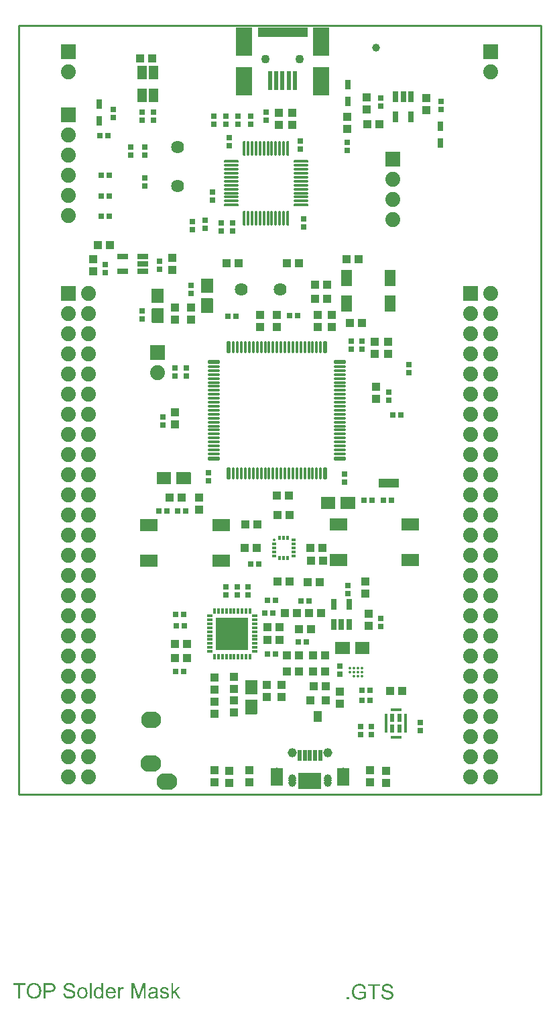
<source format=gts>
G04*
G04 #@! TF.GenerationSoftware,Altium Limited,Altium Designer,20.0.11 (256)*
G04*
G04 Layer_Color=8388736*
%FSLAX43Y43*%
%MOMM*%
G71*
G01*
G75*
%ADD10C,0.254*%
%ADD21R,6.302X1.302*%
%ADD22R,2.102X3.602*%
%ADD23R,0.610X2.402*%
%ADD24R,2.902X2.102*%
%ADD25R,0.502X1.452*%
%ADD26R,2.261X1.626*%
%ADD27R,0.702X1.372*%
%ADD28R,1.016X1.372*%
%ADD29R,1.016X1.016*%
%ADD30R,0.802X1.162*%
%ADD31R,0.702X1.162*%
%ADD32O,1.626X0.508*%
%ADD33O,1.626X0.305*%
%ADD34O,0.508X1.626*%
%ADD35O,0.305X1.626*%
%ADD36R,4.102X4.102*%
%ADD37R,0.302X0.702*%
%ADD38R,0.702X0.302*%
%ADD39R,0.450X2.400*%
%ADD40R,1.400X0.450*%
%ADD41R,0.500X1.050*%
%ADD42R,1.402X2.102*%
%ADD43O,0.359X1.905*%
%ADD44O,0.356X1.905*%
%ADD45O,1.905X0.359*%
%ADD46O,1.905X0.356*%
%ADD47R,0.402X0.502*%
%ADD48R,0.502X0.402*%
%ADD49O,0.400X0.300*%
%ADD50R,1.118X0.991*%
%ADD51C,0.352*%
%ADD52C,0.864*%
%ADD53R,1.202X1.702*%
%ADD54R,0.802X0.737*%
%ADD55R,0.991X1.118*%
%ADD56R,0.737X0.802*%
%ADD57C,0.356*%
%ADD58R,1.372X0.702*%
%ADD59C,1.000*%
%ADD60C,1.102*%
%ADD61C,1.502*%
%ADD62C,1.152*%
%ADD63R,1.502X2.301*%
%ADD64C,1.002*%
%ADD65C,1.880*%
%ADD66R,1.880X1.880*%
%ADD67C,2.102*%
%ADD68R,1.880X1.880*%
%ADD69C,1.626*%
G36*
X24521Y65058D02*
X24531Y65055D01*
X24540Y65051D01*
X24547Y65044D01*
X24554Y65037D01*
X24558Y65028D01*
X24561Y65018D01*
X24562Y65008D01*
Y63281D01*
X24561Y63271D01*
X24558Y63261D01*
X24554Y63253D01*
X24547Y63245D01*
X24540Y63239D01*
X24531Y63234D01*
X24521Y63231D01*
X24511Y63230D01*
X23089D01*
X23079Y63231D01*
X23069Y63234D01*
X23060Y63239D01*
X23053Y63245D01*
X23046Y63253D01*
X23042Y63261D01*
X23039Y63271D01*
X23038Y63281D01*
Y65008D01*
X23039Y65018D01*
X23042Y65028D01*
X23046Y65037D01*
X23053Y65044D01*
X23060Y65051D01*
X23069Y65055D01*
X23079Y65058D01*
X23089Y65059D01*
X24511D01*
X24521Y65058D01*
D02*
G37*
G36*
X18329Y63818D02*
X18339Y63815D01*
X18347Y63810D01*
X18355Y63804D01*
X18361Y63796D01*
X18366Y63787D01*
X18369Y63778D01*
X18370Y63768D01*
Y62041D01*
X18369Y62031D01*
X18366Y62021D01*
X18361Y62012D01*
X18355Y62005D01*
X18347Y61998D01*
X18339Y61994D01*
X18329Y61991D01*
X18319Y61990D01*
X16897D01*
X16887Y61991D01*
X16877Y61994D01*
X16868Y61998D01*
X16861Y62005D01*
X16854Y62012D01*
X16849Y62021D01*
X16847Y62031D01*
X16846Y62041D01*
Y63768D01*
X16847Y63778D01*
X16849Y63787D01*
X16854Y63796D01*
X16861Y63804D01*
X16868Y63810D01*
X16877Y63815D01*
X16887Y63818D01*
X16897Y63819D01*
X18319D01*
X18329Y63818D01*
D02*
G37*
G36*
X24521Y62569D02*
X24531Y62566D01*
X24540Y62561D01*
X24547Y62555D01*
X24554Y62547D01*
X24558Y62539D01*
X24561Y62529D01*
X24562Y62519D01*
Y60792D01*
X24561Y60782D01*
X24558Y60772D01*
X24554Y60763D01*
X24547Y60756D01*
X24540Y60749D01*
X24531Y60745D01*
X24521Y60742D01*
X24511Y60741D01*
X23089D01*
X23079Y60742D01*
X23069Y60745D01*
X23060Y60749D01*
X23053Y60756D01*
X23046Y60763D01*
X23042Y60772D01*
X23039Y60782D01*
X23038Y60792D01*
Y62519D01*
X23039Y62529D01*
X23042Y62539D01*
X23046Y62547D01*
X23053Y62555D01*
X23060Y62561D01*
X23069Y62566D01*
X23079Y62569D01*
X23089Y62570D01*
X24511D01*
X24521Y62569D01*
D02*
G37*
G36*
X18329Y61329D02*
X18339Y61326D01*
X18347Y61321D01*
X18355Y61315D01*
X18361Y61307D01*
X18366Y61298D01*
X18369Y61289D01*
X18370Y61279D01*
Y59552D01*
X18369Y59542D01*
X18366Y59532D01*
X18361Y59523D01*
X18355Y59515D01*
X18347Y59509D01*
X18339Y59504D01*
X18329Y59501D01*
X18319Y59500D01*
X16897D01*
X16887Y59501D01*
X16877Y59504D01*
X16868Y59509D01*
X16861Y59515D01*
X16854Y59523D01*
X16849Y59532D01*
X16847Y59542D01*
X16846Y59552D01*
Y61279D01*
X16847Y61289D01*
X16849Y61298D01*
X16854Y61307D01*
X16861Y61315D01*
X16868Y61321D01*
X16877Y61326D01*
X16887Y61329D01*
X16897Y61330D01*
X18319D01*
X18329Y61329D01*
D02*
G37*
G36*
X21725Y40632D02*
X21735Y40629D01*
X21743Y40624D01*
X21751Y40618D01*
X21757Y40610D01*
X21762Y40602D01*
X21765Y40592D01*
X21766Y40582D01*
Y39160D01*
X21765Y39150D01*
X21762Y39140D01*
X21757Y39131D01*
X21751Y39124D01*
X21743Y39117D01*
X21735Y39112D01*
X21725Y39110D01*
X21715Y39109D01*
X19988D01*
X19978Y39110D01*
X19968Y39112D01*
X19959Y39117D01*
X19952Y39124D01*
X19945Y39131D01*
X19941Y39140D01*
X19938Y39150D01*
X19937Y39160D01*
Y40582D01*
X19938Y40592D01*
X19941Y40602D01*
X19945Y40610D01*
X19952Y40618D01*
X19959Y40624D01*
X19968Y40629D01*
X19978Y40632D01*
X19988Y40633D01*
X21715D01*
X21725Y40632D01*
D02*
G37*
G36*
X19236D02*
X19245Y40629D01*
X19254Y40624D01*
X19262Y40618D01*
X19268Y40610D01*
X19273Y40602D01*
X19276Y40592D01*
X19277Y40582D01*
Y39160D01*
X19276Y39150D01*
X19273Y39140D01*
X19268Y39131D01*
X19262Y39124D01*
X19254Y39117D01*
X19245Y39112D01*
X19236Y39110D01*
X19226Y39109D01*
X17499D01*
X17489Y39110D01*
X17479Y39112D01*
X17470Y39117D01*
X17463Y39124D01*
X17456Y39131D01*
X17451Y39140D01*
X17449Y39150D01*
X17448Y39160D01*
Y40582D01*
X17449Y40592D01*
X17451Y40602D01*
X17456Y40610D01*
X17463Y40618D01*
X17470Y40624D01*
X17479Y40629D01*
X17489Y40632D01*
X17499Y40633D01*
X19226D01*
X19236Y40632D01*
D02*
G37*
G36*
X48048Y38721D02*
X45538Y38721D01*
Y39821D01*
X48048D01*
Y38721D01*
D02*
G37*
G36*
X42484Y37563D02*
X42494Y37560D01*
X42503Y37556D01*
X42510Y37549D01*
X42517Y37542D01*
X42521Y37533D01*
X42524Y37523D01*
X42525Y37513D01*
Y36091D01*
X42524Y36081D01*
X42521Y36071D01*
X42517Y36062D01*
X42510Y36055D01*
X42503Y36048D01*
X42494Y36044D01*
X42484Y36041D01*
X42474Y36040D01*
X40747D01*
X40737Y36041D01*
X40727Y36044D01*
X40719Y36048D01*
X40711Y36055D01*
X40705Y36062D01*
X40700Y36071D01*
X40697Y36081D01*
X40696Y36091D01*
Y37513D01*
X40697Y37523D01*
X40700Y37533D01*
X40705Y37542D01*
X40711Y37549D01*
X40719Y37556D01*
X40727Y37560D01*
X40737Y37563D01*
X40747Y37564D01*
X42474D01*
X42484Y37563D01*
D02*
G37*
G36*
X39995D02*
X40005Y37560D01*
X40013Y37556D01*
X40021Y37549D01*
X40027Y37542D01*
X40032Y37533D01*
X40035Y37523D01*
X40036Y37513D01*
Y36091D01*
X40035Y36081D01*
X40032Y36071D01*
X40027Y36062D01*
X40021Y36055D01*
X40013Y36048D01*
X40005Y36044D01*
X39995Y36041D01*
X39985Y36040D01*
X38258D01*
X38248Y36041D01*
X38238Y36044D01*
X38229Y36048D01*
X38222Y36055D01*
X38215Y36062D01*
X38211Y36071D01*
X38208Y36081D01*
X38207Y36091D01*
Y37513D01*
X38208Y37523D01*
X38211Y37533D01*
X38215Y37542D01*
X38222Y37549D01*
X38229Y37556D01*
X38238Y37560D01*
X38248Y37563D01*
X38258Y37564D01*
X39985D01*
X39995Y37563D01*
D02*
G37*
G36*
X44313Y19243D02*
X44323Y19240D01*
X44332Y19235D01*
X44340Y19229D01*
X44346Y19221D01*
X44351Y19212D01*
X44354Y19203D01*
X44355Y19193D01*
Y17771D01*
X44354Y17761D01*
X44351Y17751D01*
X44346Y17742D01*
X44340Y17734D01*
X44332Y17728D01*
X44323Y17723D01*
X44313Y17720D01*
X44304Y17719D01*
X42576D01*
X42566Y17720D01*
X42557Y17723D01*
X42548Y17728D01*
X42540Y17734D01*
X42534Y17742D01*
X42529Y17751D01*
X42526Y17761D01*
X42525Y17771D01*
Y19193D01*
X42526Y19203D01*
X42529Y19212D01*
X42534Y19221D01*
X42540Y19229D01*
X42548Y19235D01*
X42557Y19240D01*
X42566Y19243D01*
X42576Y19244D01*
X44304D01*
X44313Y19243D01*
D02*
G37*
G36*
X41824D02*
X41834Y19240D01*
X41843Y19235D01*
X41850Y19229D01*
X41857Y19221D01*
X41861Y19212D01*
X41864Y19203D01*
X41865Y19193D01*
Y17771D01*
X41864Y17761D01*
X41861Y17751D01*
X41857Y17742D01*
X41850Y17734D01*
X41843Y17728D01*
X41834Y17723D01*
X41824Y17720D01*
X41814Y17719D01*
X40087D01*
X40077Y17720D01*
X40068Y17723D01*
X40059Y17728D01*
X40051Y17734D01*
X40045Y17742D01*
X40040Y17751D01*
X40037Y17761D01*
X40036Y17771D01*
Y19193D01*
X40037Y19203D01*
X40040Y19212D01*
X40045Y19221D01*
X40051Y19229D01*
X40059Y19235D01*
X40068Y19240D01*
X40077Y19243D01*
X40087Y19244D01*
X41814D01*
X41824Y19243D01*
D02*
G37*
G36*
X30121Y14458D02*
X30131Y14455D01*
X30140Y14451D01*
X30147Y14444D01*
X30154Y14437D01*
X30158Y14428D01*
X30161Y14418D01*
X30162Y14408D01*
Y12681D01*
X30161Y12671D01*
X30158Y12661D01*
X30154Y12653D01*
X30147Y12645D01*
X30140Y12639D01*
X30131Y12634D01*
X30121Y12631D01*
X30111Y12630D01*
X28689D01*
X28679Y12631D01*
X28669Y12634D01*
X28660Y12639D01*
X28653Y12645D01*
X28646Y12653D01*
X28642Y12661D01*
X28639Y12671D01*
X28638Y12681D01*
Y14408D01*
X28639Y14418D01*
X28642Y14428D01*
X28646Y14437D01*
X28653Y14444D01*
X28660Y14451D01*
X28669Y14455D01*
X28679Y14458D01*
X28689Y14459D01*
X30111D01*
X30121Y14458D01*
D02*
G37*
G36*
Y11969D02*
X30131Y11966D01*
X30140Y11961D01*
X30147Y11955D01*
X30154Y11947D01*
X30158Y11939D01*
X30161Y11929D01*
X30162Y11919D01*
Y10192D01*
X30161Y10182D01*
X30158Y10172D01*
X30154Y10163D01*
X30147Y10156D01*
X30140Y10149D01*
X30131Y10145D01*
X30121Y10142D01*
X30111Y10141D01*
X28689D01*
X28679Y10142D01*
X28669Y10145D01*
X28660Y10149D01*
X28653Y10156D01*
X28646Y10163D01*
X28642Y10172D01*
X28639Y10182D01*
X28638Y10192D01*
Y11919D01*
X28639Y11929D01*
X28642Y11939D01*
X28646Y11947D01*
X28653Y11955D01*
X28660Y11961D01*
X28669Y11966D01*
X28679Y11969D01*
X28689Y11970D01*
X30111D01*
X30121Y11969D01*
D02*
G37*
G36*
X6466Y-23745D02*
X6486D01*
X6538Y-23751D01*
X6597Y-23759D01*
X6658Y-23773D01*
X6724Y-23790D01*
X6785Y-23812D01*
X6788D01*
X6794Y-23815D01*
X6802Y-23820D01*
X6813Y-23826D01*
X6841Y-23840D01*
X6877Y-23865D01*
X6919Y-23892D01*
X6960Y-23928D01*
X6999Y-23970D01*
X7035Y-24017D01*
Y-24020D01*
X7038Y-24023D01*
X7044Y-24031D01*
X7049Y-24039D01*
X7063Y-24067D01*
X7080Y-24103D01*
X7099Y-24148D01*
X7113Y-24201D01*
X7127Y-24256D01*
X7132Y-24317D01*
X6888Y-24337D01*
Y-24334D01*
Y-24328D01*
X6885Y-24320D01*
X6883Y-24306D01*
X6874Y-24275D01*
X6863Y-24234D01*
X6846Y-24189D01*
X6822Y-24145D01*
X6791Y-24103D01*
X6752Y-24064D01*
X6747Y-24062D01*
X6733Y-24051D01*
X6705Y-24034D01*
X6669Y-24017D01*
X6622Y-24001D01*
X6566Y-23984D01*
X6497Y-23973D01*
X6419Y-23970D01*
X6380D01*
X6363Y-23973D01*
X6341Y-23976D01*
X6291Y-23981D01*
X6236Y-23992D01*
X6180Y-24006D01*
X6127Y-24028D01*
X6105Y-24042D01*
X6083Y-24056D01*
X6077Y-24059D01*
X6066Y-24070D01*
X6050Y-24089D01*
X6033Y-24112D01*
X6014Y-24142D01*
X5997Y-24176D01*
X5986Y-24214D01*
X5980Y-24259D01*
Y-24264D01*
Y-24275D01*
X5983Y-24295D01*
X5989Y-24317D01*
X5997Y-24345D01*
X6011Y-24373D01*
X6028Y-24400D01*
X6052Y-24428D01*
X6055Y-24431D01*
X6069Y-24439D01*
X6080Y-24448D01*
X6091Y-24453D01*
X6108Y-24461D01*
X6127Y-24473D01*
X6152Y-24481D01*
X6180Y-24492D01*
X6211Y-24503D01*
X6247Y-24517D01*
X6286Y-24528D01*
X6330Y-24542D01*
X6380Y-24553D01*
X6436Y-24567D01*
X6438D01*
X6450Y-24570D01*
X6466Y-24573D01*
X6486Y-24578D01*
X6511Y-24584D01*
X6541Y-24592D01*
X6572Y-24600D01*
X6605Y-24609D01*
X6677Y-24628D01*
X6747Y-24647D01*
X6780Y-24659D01*
X6810Y-24670D01*
X6838Y-24678D01*
X6860Y-24689D01*
X6863D01*
X6869Y-24692D01*
X6877Y-24697D01*
X6888Y-24703D01*
X6919Y-24720D01*
X6955Y-24742D01*
X6996Y-24772D01*
X7038Y-24806D01*
X7077Y-24845D01*
X7110Y-24886D01*
X7113Y-24892D01*
X7124Y-24906D01*
X7135Y-24931D01*
X7152Y-24964D01*
X7166Y-25003D01*
X7180Y-25050D01*
X7188Y-25103D01*
X7191Y-25158D01*
Y-25161D01*
Y-25164D01*
Y-25172D01*
Y-25183D01*
X7185Y-25214D01*
X7180Y-25253D01*
X7169Y-25297D01*
X7155Y-25344D01*
X7132Y-25394D01*
X7102Y-25447D01*
Y-25450D01*
X7099Y-25453D01*
X7085Y-25469D01*
X7066Y-25494D01*
X7038Y-25522D01*
X7002Y-25555D01*
X6958Y-25591D01*
X6908Y-25625D01*
X6849Y-25655D01*
X6846D01*
X6841Y-25658D01*
X6833Y-25661D01*
X6822Y-25666D01*
X6805Y-25672D01*
X6785Y-25680D01*
X6741Y-25691D01*
X6688Y-25705D01*
X6624Y-25719D01*
X6555Y-25727D01*
X6480Y-25730D01*
X6436D01*
X6413Y-25727D01*
X6388D01*
X6361Y-25725D01*
X6327Y-25722D01*
X6258Y-25711D01*
X6186Y-25700D01*
X6114Y-25680D01*
X6044Y-25655D01*
X6041D01*
X6036Y-25652D01*
X6028Y-25647D01*
X6016Y-25641D01*
X5983Y-25625D01*
X5944Y-25600D01*
X5900Y-25566D01*
X5853Y-25528D01*
X5808Y-25480D01*
X5767Y-25428D01*
Y-25425D01*
X5761Y-25419D01*
X5758Y-25411D01*
X5750Y-25400D01*
X5744Y-25386D01*
X5736Y-25369D01*
X5717Y-25328D01*
X5697Y-25275D01*
X5680Y-25217D01*
X5669Y-25150D01*
X5664Y-25081D01*
X5903Y-25058D01*
Y-25061D01*
Y-25064D01*
X5905Y-25072D01*
Y-25083D01*
X5911Y-25108D01*
X5919Y-25144D01*
X5930Y-25181D01*
X5941Y-25222D01*
X5961Y-25261D01*
X5980Y-25297D01*
X5983Y-25300D01*
X5991Y-25311D01*
X6005Y-25330D01*
X6028Y-25350D01*
X6055Y-25375D01*
X6086Y-25400D01*
X6127Y-25425D01*
X6172Y-25447D01*
X6175D01*
X6177Y-25450D01*
X6186Y-25453D01*
X6194Y-25455D01*
X6222Y-25464D01*
X6258Y-25475D01*
X6302Y-25486D01*
X6352Y-25494D01*
X6408Y-25500D01*
X6469Y-25503D01*
X6494D01*
X6522Y-25500D01*
X6555Y-25497D01*
X6594Y-25491D01*
X6638Y-25486D01*
X6683Y-25475D01*
X6724Y-25461D01*
X6730Y-25458D01*
X6744Y-25453D01*
X6763Y-25441D01*
X6788Y-25430D01*
X6813Y-25411D01*
X6841Y-25392D01*
X6869Y-25369D01*
X6891Y-25342D01*
X6894Y-25339D01*
X6899Y-25328D01*
X6908Y-25314D01*
X6919Y-25292D01*
X6930Y-25269D01*
X6938Y-25242D01*
X6944Y-25211D01*
X6946Y-25178D01*
Y-25175D01*
Y-25161D01*
X6944Y-25144D01*
X6941Y-25122D01*
X6933Y-25100D01*
X6924Y-25072D01*
X6910Y-25044D01*
X6891Y-25019D01*
X6888Y-25017D01*
X6880Y-25008D01*
X6869Y-24997D01*
X6849Y-24981D01*
X6827Y-24964D01*
X6797Y-24945D01*
X6760Y-24925D01*
X6719Y-24908D01*
X6716Y-24906D01*
X6702Y-24903D01*
X6680Y-24895D01*
X6666Y-24892D01*
X6647Y-24886D01*
X6627Y-24878D01*
X6602Y-24872D01*
X6574Y-24864D01*
X6541Y-24856D01*
X6508Y-24847D01*
X6469Y-24836D01*
X6425Y-24825D01*
X6377Y-24814D01*
X6375D01*
X6366Y-24811D01*
X6352Y-24808D01*
X6336Y-24803D01*
X6313Y-24797D01*
X6288Y-24792D01*
X6233Y-24775D01*
X6172Y-24756D01*
X6108Y-24736D01*
X6052Y-24717D01*
X6028Y-24706D01*
X6005Y-24695D01*
X6003D01*
X6000Y-24692D01*
X5983Y-24681D01*
X5958Y-24667D01*
X5930Y-24645D01*
X5897Y-24620D01*
X5864Y-24589D01*
X5830Y-24553D01*
X5803Y-24514D01*
X5800Y-24509D01*
X5792Y-24495D01*
X5780Y-24473D01*
X5769Y-24445D01*
X5758Y-24409D01*
X5747Y-24367D01*
X5739Y-24323D01*
X5736Y-24275D01*
Y-24273D01*
Y-24270D01*
Y-24262D01*
Y-24250D01*
X5742Y-24223D01*
X5747Y-24187D01*
X5755Y-24145D01*
X5769Y-24098D01*
X5789Y-24051D01*
X5817Y-24003D01*
Y-24001D01*
X5819Y-23998D01*
X5833Y-23981D01*
X5853Y-23959D01*
X5878Y-23931D01*
X5911Y-23901D01*
X5953Y-23867D01*
X6003Y-23837D01*
X6058Y-23809D01*
X6061D01*
X6066Y-23806D01*
X6075Y-23803D01*
X6086Y-23798D01*
X6100Y-23792D01*
X6119Y-23787D01*
X6161Y-23776D01*
X6214Y-23765D01*
X6275Y-23754D01*
X6338Y-23745D01*
X6411Y-23742D01*
X6447D01*
X6466Y-23745D01*
D02*
G37*
G36*
X46634Y-23872D02*
X46653D01*
X46706Y-23878D01*
X46764Y-23886D01*
X46825Y-23900D01*
X46892Y-23917D01*
X46953Y-23939D01*
X46956D01*
X46961Y-23942D01*
X46970Y-23947D01*
X46981Y-23953D01*
X47008Y-23967D01*
X47045Y-23992D01*
X47086Y-24019D01*
X47128Y-24055D01*
X47167Y-24097D01*
X47203Y-24144D01*
Y-24147D01*
X47206Y-24150D01*
X47211Y-24158D01*
X47217Y-24166D01*
X47231Y-24194D01*
X47247Y-24230D01*
X47267Y-24275D01*
X47280Y-24327D01*
X47294Y-24383D01*
X47300Y-24444D01*
X47056Y-24464D01*
Y-24461D01*
Y-24455D01*
X47053Y-24447D01*
X47050Y-24433D01*
X47042Y-24402D01*
X47031Y-24361D01*
X47014Y-24316D01*
X46989Y-24272D01*
X46958Y-24230D01*
X46920Y-24191D01*
X46914Y-24189D01*
X46900Y-24178D01*
X46872Y-24161D01*
X46836Y-24144D01*
X46789Y-24128D01*
X46734Y-24111D01*
X46664Y-24100D01*
X46586Y-24097D01*
X46548D01*
X46531Y-24100D01*
X46509Y-24103D01*
X46459Y-24108D01*
X46403Y-24119D01*
X46348Y-24133D01*
X46295Y-24155D01*
X46273Y-24169D01*
X46251Y-24183D01*
X46245Y-24186D01*
X46234Y-24197D01*
X46217Y-24216D01*
X46201Y-24239D01*
X46181Y-24269D01*
X46164Y-24303D01*
X46153Y-24341D01*
X46148Y-24386D01*
Y-24391D01*
Y-24402D01*
X46151Y-24422D01*
X46156Y-24444D01*
X46164Y-24472D01*
X46178Y-24500D01*
X46195Y-24527D01*
X46220Y-24555D01*
X46223Y-24558D01*
X46237Y-24566D01*
X46248Y-24575D01*
X46259Y-24580D01*
X46276Y-24588D01*
X46295Y-24600D01*
X46320Y-24608D01*
X46348Y-24619D01*
X46378Y-24630D01*
X46414Y-24644D01*
X46453Y-24655D01*
X46498Y-24669D01*
X46548Y-24680D01*
X46603Y-24694D01*
X46606D01*
X46617Y-24697D01*
X46634Y-24700D01*
X46653Y-24705D01*
X46678Y-24711D01*
X46709Y-24719D01*
X46739Y-24727D01*
X46772Y-24736D01*
X46845Y-24755D01*
X46914Y-24774D01*
X46947Y-24786D01*
X46978Y-24797D01*
X47006Y-24805D01*
X47028Y-24816D01*
X47031D01*
X47036Y-24819D01*
X47045Y-24824D01*
X47056Y-24830D01*
X47086Y-24847D01*
X47122Y-24869D01*
X47164Y-24899D01*
X47206Y-24933D01*
X47244Y-24972D01*
X47278Y-25013D01*
X47280Y-25019D01*
X47292Y-25033D01*
X47303Y-25058D01*
X47319Y-25091D01*
X47333Y-25130D01*
X47347Y-25177D01*
X47355Y-25230D01*
X47358Y-25285D01*
Y-25288D01*
Y-25291D01*
Y-25299D01*
Y-25310D01*
X47353Y-25341D01*
X47347Y-25380D01*
X47336Y-25424D01*
X47322Y-25471D01*
X47300Y-25521D01*
X47269Y-25574D01*
Y-25577D01*
X47267Y-25580D01*
X47253Y-25596D01*
X47233Y-25621D01*
X47206Y-25649D01*
X47169Y-25682D01*
X47125Y-25718D01*
X47075Y-25752D01*
X47017Y-25782D01*
X47014D01*
X47008Y-25785D01*
X47000Y-25788D01*
X46989Y-25793D01*
X46972Y-25799D01*
X46953Y-25807D01*
X46908Y-25818D01*
X46856Y-25832D01*
X46792Y-25846D01*
X46722Y-25854D01*
X46648Y-25857D01*
X46603D01*
X46581Y-25854D01*
X46556D01*
X46528Y-25852D01*
X46495Y-25849D01*
X46425Y-25838D01*
X46353Y-25827D01*
X46281Y-25807D01*
X46212Y-25782D01*
X46209D01*
X46203Y-25779D01*
X46195Y-25774D01*
X46184Y-25768D01*
X46151Y-25752D01*
X46112Y-25727D01*
X46067Y-25693D01*
X46020Y-25655D01*
X45976Y-25607D01*
X45934Y-25555D01*
Y-25552D01*
X45928Y-25546D01*
X45926Y-25538D01*
X45917Y-25527D01*
X45912Y-25513D01*
X45903Y-25496D01*
X45884Y-25455D01*
X45865Y-25402D01*
X45848Y-25344D01*
X45837Y-25277D01*
X45831Y-25208D01*
X46070Y-25185D01*
Y-25188D01*
Y-25191D01*
X46073Y-25199D01*
Y-25210D01*
X46078Y-25235D01*
X46087Y-25271D01*
X46098Y-25308D01*
X46109Y-25349D01*
X46128Y-25388D01*
X46148Y-25424D01*
X46151Y-25427D01*
X46159Y-25438D01*
X46173Y-25457D01*
X46195Y-25477D01*
X46223Y-25502D01*
X46253Y-25527D01*
X46295Y-25552D01*
X46339Y-25574D01*
X46342D01*
X46345Y-25577D01*
X46353Y-25580D01*
X46362Y-25582D01*
X46389Y-25591D01*
X46425Y-25602D01*
X46470Y-25613D01*
X46520Y-25621D01*
X46575Y-25627D01*
X46636Y-25630D01*
X46661D01*
X46689Y-25627D01*
X46722Y-25624D01*
X46761Y-25618D01*
X46806Y-25613D01*
X46850Y-25602D01*
X46892Y-25588D01*
X46897Y-25585D01*
X46911Y-25580D01*
X46931Y-25568D01*
X46956Y-25557D01*
X46981Y-25538D01*
X47008Y-25518D01*
X47036Y-25496D01*
X47058Y-25469D01*
X47061Y-25466D01*
X47067Y-25455D01*
X47075Y-25441D01*
X47086Y-25419D01*
X47097Y-25396D01*
X47106Y-25369D01*
X47111Y-25338D01*
X47114Y-25305D01*
Y-25302D01*
Y-25288D01*
X47111Y-25271D01*
X47108Y-25249D01*
X47100Y-25227D01*
X47092Y-25199D01*
X47078Y-25171D01*
X47058Y-25146D01*
X47056Y-25144D01*
X47047Y-25135D01*
X47036Y-25124D01*
X47017Y-25108D01*
X46995Y-25091D01*
X46964Y-25072D01*
X46928Y-25052D01*
X46886Y-25035D01*
X46883Y-25033D01*
X46870Y-25030D01*
X46847Y-25022D01*
X46834Y-25019D01*
X46814Y-25013D01*
X46795Y-25005D01*
X46770Y-24999D01*
X46742Y-24991D01*
X46709Y-24983D01*
X46675Y-24974D01*
X46636Y-24963D01*
X46592Y-24952D01*
X46545Y-24941D01*
X46542D01*
X46534Y-24938D01*
X46520Y-24935D01*
X46503Y-24930D01*
X46481Y-24924D01*
X46456Y-24919D01*
X46400Y-24902D01*
X46339Y-24883D01*
X46276Y-24863D01*
X46220Y-24844D01*
X46195Y-24833D01*
X46173Y-24822D01*
X46170D01*
X46167Y-24819D01*
X46151Y-24808D01*
X46126Y-24794D01*
X46098Y-24772D01*
X46065Y-24747D01*
X46031Y-24716D01*
X45998Y-24680D01*
X45970Y-24641D01*
X45967Y-24636D01*
X45959Y-24622D01*
X45948Y-24600D01*
X45937Y-24572D01*
X45926Y-24536D01*
X45915Y-24494D01*
X45906Y-24450D01*
X45903Y-24402D01*
Y-24400D01*
Y-24397D01*
Y-24389D01*
Y-24377D01*
X45909Y-24350D01*
X45915Y-24314D01*
X45923Y-24272D01*
X45937Y-24225D01*
X45956Y-24178D01*
X45984Y-24130D01*
Y-24128D01*
X45987Y-24125D01*
X46001Y-24108D01*
X46020Y-24086D01*
X46045Y-24058D01*
X46078Y-24028D01*
X46120Y-23994D01*
X46170Y-23964D01*
X46226Y-23936D01*
X46228D01*
X46234Y-23933D01*
X46242Y-23931D01*
X46253Y-23925D01*
X46267Y-23919D01*
X46287Y-23914D01*
X46328Y-23903D01*
X46381Y-23892D01*
X46442Y-23881D01*
X46506Y-23872D01*
X46578Y-23869D01*
X46614D01*
X46634Y-23872D01*
D02*
G37*
G36*
X10719Y-25697D02*
X10500D01*
Y-25522D01*
X10497Y-25525D01*
X10494Y-25530D01*
X10486Y-25541D01*
X10475Y-25555D01*
X10461Y-25569D01*
X10444Y-25586D01*
X10425Y-25605D01*
X10400Y-25625D01*
X10375Y-25644D01*
X10347Y-25664D01*
X10314Y-25680D01*
X10278Y-25694D01*
X10242Y-25708D01*
X10200Y-25719D01*
X10156Y-25725D01*
X10109Y-25727D01*
X10092D01*
X10081Y-25725D01*
X10047Y-25722D01*
X10009Y-25716D01*
X9961Y-25705D01*
X9909Y-25689D01*
X9856Y-25666D01*
X9803Y-25636D01*
X9800D01*
X9798Y-25630D01*
X9781Y-25619D01*
X9756Y-25597D01*
X9725Y-25569D01*
X9689Y-25533D01*
X9653Y-25489D01*
X9617Y-25439D01*
X9587Y-25380D01*
Y-25378D01*
X9584Y-25372D01*
X9581Y-25364D01*
X9576Y-25353D01*
X9570Y-25336D01*
X9562Y-25317D01*
X9556Y-25297D01*
X9551Y-25272D01*
X9537Y-25217D01*
X9523Y-25153D01*
X9514Y-25081D01*
X9512Y-25003D01*
Y-25000D01*
Y-24994D01*
Y-24983D01*
Y-24967D01*
X9514Y-24950D01*
Y-24928D01*
X9520Y-24878D01*
X9528Y-24820D01*
X9542Y-24756D01*
X9559Y-24689D01*
X9581Y-24625D01*
Y-24622D01*
X9584Y-24617D01*
X9589Y-24609D01*
X9595Y-24597D01*
X9612Y-24567D01*
X9634Y-24528D01*
X9662Y-24486D01*
X9698Y-24445D01*
X9739Y-24400D01*
X9789Y-24364D01*
X9792D01*
X9795Y-24362D01*
X9803Y-24356D01*
X9814Y-24350D01*
X9842Y-24337D01*
X9881Y-24317D01*
X9925Y-24300D01*
X9978Y-24287D01*
X10036Y-24275D01*
X10097Y-24273D01*
X10120D01*
X10142Y-24275D01*
X10172Y-24278D01*
X10208Y-24287D01*
X10247Y-24295D01*
X10286Y-24309D01*
X10322Y-24328D01*
X10328Y-24331D01*
X10339Y-24337D01*
X10356Y-24350D01*
X10378Y-24364D01*
X10406Y-24384D01*
X10431Y-24409D01*
X10458Y-24434D01*
X10483Y-24464D01*
Y-23776D01*
X10719D01*
Y-25697D01*
D02*
G37*
G36*
X43136Y-23872D02*
X43158D01*
X43211Y-23878D01*
X43269Y-23886D01*
X43330Y-23900D01*
X43397Y-23917D01*
X43460Y-23939D01*
X43463D01*
X43469Y-23942D01*
X43477Y-23944D01*
X43488Y-23950D01*
X43519Y-23967D01*
X43558Y-23986D01*
X43599Y-24014D01*
X43644Y-24047D01*
X43685Y-24083D01*
X43724Y-24128D01*
X43730Y-24133D01*
X43741Y-24150D01*
X43757Y-24175D01*
X43780Y-24211D01*
X43802Y-24255D01*
X43827Y-24311D01*
X43852Y-24372D01*
X43871Y-24441D01*
X43641Y-24502D01*
Y-24500D01*
X43638Y-24497D01*
X43635Y-24489D01*
X43633Y-24477D01*
X43624Y-24452D01*
X43613Y-24419D01*
X43596Y-24380D01*
X43577Y-24344D01*
X43558Y-24305D01*
X43533Y-24272D01*
X43530Y-24269D01*
X43521Y-24258D01*
X43505Y-24244D01*
X43485Y-24225D01*
X43460Y-24203D01*
X43427Y-24180D01*
X43391Y-24158D01*
X43349Y-24139D01*
X43344Y-24136D01*
X43330Y-24130D01*
X43305Y-24122D01*
X43272Y-24111D01*
X43233Y-24103D01*
X43188Y-24094D01*
X43138Y-24089D01*
X43086Y-24086D01*
X43055D01*
X43041Y-24089D01*
X43025D01*
X42983Y-24092D01*
X42936Y-24100D01*
X42883Y-24108D01*
X42833Y-24122D01*
X42783Y-24142D01*
X42777Y-24144D01*
X42761Y-24150D01*
X42739Y-24164D01*
X42711Y-24178D01*
X42678Y-24200D01*
X42641Y-24222D01*
X42608Y-24250D01*
X42578Y-24280D01*
X42575Y-24283D01*
X42564Y-24294D01*
X42550Y-24314D01*
X42533Y-24336D01*
X42514Y-24364D01*
X42494Y-24397D01*
X42475Y-24433D01*
X42455Y-24472D01*
Y-24475D01*
X42453Y-24480D01*
X42450Y-24489D01*
X42444Y-24502D01*
X42439Y-24519D01*
X42433Y-24538D01*
X42425Y-24561D01*
X42419Y-24586D01*
X42405Y-24644D01*
X42394Y-24711D01*
X42386Y-24780D01*
X42383Y-24858D01*
Y-24861D01*
Y-24869D01*
Y-24883D01*
X42386Y-24899D01*
Y-24922D01*
X42389Y-24949D01*
X42392Y-24977D01*
X42394Y-25008D01*
X42405Y-25077D01*
X42419Y-25149D01*
X42442Y-25221D01*
X42469Y-25291D01*
Y-25294D01*
X42475Y-25299D01*
X42478Y-25308D01*
X42486Y-25319D01*
X42505Y-25349D01*
X42536Y-25388D01*
X42572Y-25430D01*
X42616Y-25471D01*
X42669Y-25510D01*
X42728Y-25546D01*
X42730D01*
X42736Y-25549D01*
X42744Y-25555D01*
X42758Y-25560D01*
X42772Y-25566D01*
X42791Y-25571D01*
X42836Y-25588D01*
X42891Y-25602D01*
X42952Y-25616D01*
X43019Y-25627D01*
X43088Y-25630D01*
X43116D01*
X43133Y-25627D01*
X43149D01*
X43191Y-25621D01*
X43241Y-25616D01*
X43294Y-25605D01*
X43352Y-25588D01*
X43410Y-25568D01*
X43413D01*
X43419Y-25566D01*
X43424Y-25563D01*
X43435Y-25557D01*
X43466Y-25543D01*
X43499Y-25527D01*
X43538Y-25507D01*
X43580Y-25485D01*
X43619Y-25460D01*
X43652Y-25432D01*
Y-25072D01*
X43086D01*
Y-24844D01*
X43902D01*
Y-25557D01*
X43899Y-25560D01*
X43894Y-25563D01*
X43882Y-25571D01*
X43869Y-25582D01*
X43852Y-25593D01*
X43832Y-25607D01*
X43807Y-25624D01*
X43782Y-25641D01*
X43724Y-25677D01*
X43658Y-25716D01*
X43588Y-25752D01*
X43513Y-25782D01*
X43510D01*
X43505Y-25785D01*
X43494Y-25788D01*
X43480Y-25793D01*
X43460Y-25799D01*
X43438Y-25807D01*
X43413Y-25813D01*
X43388Y-25818D01*
X43327Y-25832D01*
X43258Y-25846D01*
X43183Y-25854D01*
X43105Y-25857D01*
X43077D01*
X43058Y-25854D01*
X43033D01*
X43002Y-25852D01*
X42969Y-25846D01*
X42933Y-25843D01*
X42852Y-25827D01*
X42766Y-25807D01*
X42678Y-25777D01*
X42633Y-25760D01*
X42589Y-25738D01*
X42586Y-25735D01*
X42578Y-25732D01*
X42566Y-25724D01*
X42550Y-25716D01*
X42530Y-25702D01*
X42511Y-25688D01*
X42458Y-25649D01*
X42403Y-25599D01*
X42344Y-25538D01*
X42289Y-25469D01*
X42239Y-25388D01*
Y-25385D01*
X42233Y-25377D01*
X42228Y-25366D01*
X42219Y-25346D01*
X42211Y-25327D01*
X42203Y-25299D01*
X42192Y-25271D01*
X42181Y-25238D01*
X42169Y-25202D01*
X42158Y-25160D01*
X42150Y-25119D01*
X42142Y-25074D01*
X42128Y-24977D01*
X42122Y-24874D01*
Y-24872D01*
Y-24861D01*
Y-24847D01*
X42125Y-24827D01*
Y-24802D01*
X42128Y-24772D01*
X42133Y-24741D01*
X42136Y-24705D01*
X42144Y-24666D01*
X42150Y-24625D01*
X42172Y-24536D01*
X42200Y-24444D01*
X42239Y-24352D01*
X42242Y-24350D01*
X42244Y-24341D01*
X42250Y-24330D01*
X42261Y-24314D01*
X42272Y-24291D01*
X42286Y-24269D01*
X42325Y-24216D01*
X42372Y-24155D01*
X42430Y-24097D01*
X42497Y-24039D01*
X42536Y-24014D01*
X42575Y-23989D01*
X42578Y-23986D01*
X42586Y-23983D01*
X42597Y-23978D01*
X42614Y-23969D01*
X42636Y-23961D01*
X42661Y-23950D01*
X42689Y-23939D01*
X42722Y-23928D01*
X42758Y-23917D01*
X42797Y-23908D01*
X42839Y-23897D01*
X42883Y-23889D01*
X42980Y-23875D01*
X43030Y-23869D01*
X43119D01*
X43136Y-23872D01*
D02*
G37*
G36*
X13143Y-24275D02*
X13174Y-24281D01*
X13210Y-24292D01*
X13248Y-24306D01*
X13293Y-24325D01*
X13340Y-24350D01*
X13254Y-24567D01*
X13251Y-24564D01*
X13240Y-24559D01*
X13223Y-24550D01*
X13201Y-24542D01*
X13176Y-24534D01*
X13146Y-24525D01*
X13115Y-24520D01*
X13085Y-24517D01*
X13071D01*
X13057Y-24520D01*
X13037Y-24523D01*
X13018Y-24528D01*
X12993Y-24536D01*
X12968Y-24548D01*
X12946Y-24564D01*
X12943Y-24567D01*
X12935Y-24573D01*
X12926Y-24584D01*
X12913Y-24597D01*
X12899Y-24617D01*
X12885Y-24639D01*
X12871Y-24664D01*
X12860Y-24695D01*
X12857Y-24700D01*
X12854Y-24717D01*
X12849Y-24742D01*
X12840Y-24775D01*
X12832Y-24817D01*
X12826Y-24864D01*
X12824Y-24914D01*
X12821Y-24970D01*
Y-25697D01*
X12585D01*
Y-24303D01*
X12799D01*
Y-24514D01*
X12801Y-24511D01*
X12813Y-24492D01*
X12826Y-24467D01*
X12849Y-24436D01*
X12871Y-24406D01*
X12896Y-24373D01*
X12921Y-24345D01*
X12946Y-24323D01*
X12949Y-24320D01*
X12957Y-24314D01*
X12974Y-24306D01*
X12990Y-24298D01*
X13012Y-24289D01*
X13040Y-24281D01*
X13068Y-24275D01*
X13099Y-24273D01*
X13118D01*
X13143Y-24275D01*
D02*
G37*
G36*
X18473D02*
X18515Y-24278D01*
X18559Y-24284D01*
X18607Y-24295D01*
X18657Y-24306D01*
X18704Y-24323D01*
X18707D01*
X18709Y-24325D01*
X18723Y-24331D01*
X18745Y-24342D01*
X18773Y-24356D01*
X18804Y-24375D01*
X18834Y-24398D01*
X18862Y-24423D01*
X18887Y-24450D01*
X18890Y-24453D01*
X18895Y-24464D01*
X18906Y-24484D01*
X18920Y-24506D01*
X18934Y-24539D01*
X18948Y-24575D01*
X18959Y-24617D01*
X18970Y-24664D01*
X18740Y-24695D01*
Y-24689D01*
X18737Y-24678D01*
X18732Y-24659D01*
X18723Y-24634D01*
X18709Y-24609D01*
X18693Y-24581D01*
X18673Y-24553D01*
X18645Y-24528D01*
X18643Y-24525D01*
X18632Y-24520D01*
X18615Y-24509D01*
X18590Y-24498D01*
X18562Y-24486D01*
X18526Y-24475D01*
X18482Y-24470D01*
X18434Y-24467D01*
X18407D01*
X18379Y-24470D01*
X18343Y-24473D01*
X18307Y-24481D01*
X18268Y-24489D01*
X18232Y-24503D01*
X18201Y-24523D01*
X18198Y-24525D01*
X18190Y-24531D01*
X18179Y-24542D01*
X18168Y-24559D01*
X18154Y-24575D01*
X18143Y-24597D01*
X18135Y-24622D01*
X18132Y-24647D01*
Y-24650D01*
Y-24656D01*
X18135Y-24664D01*
Y-24675D01*
X18143Y-24703D01*
X18160Y-24731D01*
X18162Y-24734D01*
X18165Y-24736D01*
X18171Y-24745D01*
X18182Y-24753D01*
X18193Y-24761D01*
X18210Y-24772D01*
X18229Y-24781D01*
X18251Y-24792D01*
X18254D01*
X18260Y-24795D01*
X18271Y-24797D01*
X18290Y-24806D01*
X18318Y-24814D01*
X18354Y-24822D01*
X18376Y-24831D01*
X18401Y-24836D01*
X18429Y-24845D01*
X18459Y-24853D01*
X18462D01*
X18471Y-24856D01*
X18484Y-24858D01*
X18501Y-24864D01*
X18521Y-24870D01*
X18545Y-24875D01*
X18598Y-24892D01*
X18657Y-24908D01*
X18715Y-24928D01*
X18768Y-24947D01*
X18790Y-24956D01*
X18809Y-24964D01*
X18815Y-24967D01*
X18826Y-24972D01*
X18843Y-24981D01*
X18868Y-24994D01*
X18893Y-25011D01*
X18917Y-25033D01*
X18942Y-25058D01*
X18965Y-25086D01*
X18967Y-25089D01*
X18973Y-25100D01*
X18984Y-25117D01*
X18995Y-25142D01*
X19004Y-25172D01*
X19015Y-25205D01*
X19020Y-25244D01*
X19023Y-25289D01*
Y-25294D01*
Y-25308D01*
X19020Y-25330D01*
X19015Y-25361D01*
X19006Y-25394D01*
X18992Y-25430D01*
X18976Y-25472D01*
X18954Y-25511D01*
X18951Y-25516D01*
X18940Y-25528D01*
X18926Y-25547D01*
X18904Y-25569D01*
X18873Y-25594D01*
X18840Y-25622D01*
X18801Y-25647D01*
X18754Y-25672D01*
X18751D01*
X18748Y-25675D01*
X18732Y-25680D01*
X18704Y-25689D01*
X18668Y-25700D01*
X18623Y-25711D01*
X18573Y-25719D01*
X18521Y-25725D01*
X18459Y-25727D01*
X18434D01*
X18415Y-25725D01*
X18393D01*
X18365Y-25722D01*
X18337Y-25719D01*
X18307Y-25714D01*
X18240Y-25700D01*
X18171Y-25680D01*
X18104Y-25652D01*
X18074Y-25636D01*
X18046Y-25616D01*
X18043Y-25614D01*
X18040Y-25611D01*
X18024Y-25594D01*
X17999Y-25569D01*
X17971Y-25530D01*
X17940Y-25483D01*
X17910Y-25428D01*
X17885Y-25358D01*
X17865Y-25280D01*
X18099Y-25244D01*
Y-25247D01*
Y-25250D01*
X18104Y-25267D01*
X18110Y-25294D01*
X18121Y-25325D01*
X18135Y-25358D01*
X18151Y-25394D01*
X18176Y-25430D01*
X18207Y-25461D01*
X18212Y-25464D01*
X18223Y-25472D01*
X18246Y-25483D01*
X18273Y-25497D01*
X18310Y-25511D01*
X18351Y-25522D01*
X18401Y-25530D01*
X18459Y-25533D01*
X18487D01*
X18515Y-25530D01*
X18551Y-25525D01*
X18590Y-25516D01*
X18632Y-25505D01*
X18668Y-25491D01*
X18701Y-25469D01*
X18704Y-25466D01*
X18715Y-25458D01*
X18726Y-25444D01*
X18743Y-25425D01*
X18756Y-25403D01*
X18770Y-25375D01*
X18779Y-25347D01*
X18781Y-25314D01*
Y-25311D01*
Y-25300D01*
X18779Y-25286D01*
X18773Y-25267D01*
X18765Y-25247D01*
X18751Y-25228D01*
X18734Y-25205D01*
X18709Y-25189D01*
X18707Y-25186D01*
X18698Y-25183D01*
X18684Y-25175D01*
X18662Y-25167D01*
X18629Y-25156D01*
X18609Y-25147D01*
X18587Y-25142D01*
X18562Y-25133D01*
X18534Y-25125D01*
X18504Y-25117D01*
X18468Y-25108D01*
X18465D01*
X18457Y-25106D01*
X18443Y-25103D01*
X18426Y-25097D01*
X18404Y-25092D01*
X18379Y-25083D01*
X18326Y-25069D01*
X18265Y-25050D01*
X18207Y-25033D01*
X18151Y-25014D01*
X18126Y-25003D01*
X18107Y-24994D01*
X18101Y-24992D01*
X18090Y-24986D01*
X18074Y-24975D01*
X18051Y-24961D01*
X18026Y-24942D01*
X18001Y-24920D01*
X17976Y-24895D01*
X17954Y-24864D01*
X17951Y-24861D01*
X17946Y-24850D01*
X17938Y-24831D01*
X17929Y-24808D01*
X17921Y-24781D01*
X17913Y-24747D01*
X17907Y-24714D01*
X17904Y-24675D01*
Y-24670D01*
Y-24659D01*
X17907Y-24642D01*
X17910Y-24617D01*
X17915Y-24592D01*
X17921Y-24561D01*
X17932Y-24534D01*
X17946Y-24503D01*
X17949Y-24500D01*
X17954Y-24489D01*
X17962Y-24475D01*
X17976Y-24456D01*
X17993Y-24436D01*
X18012Y-24412D01*
X18035Y-24389D01*
X18062Y-24370D01*
X18065Y-24367D01*
X18074Y-24364D01*
X18085Y-24356D01*
X18101Y-24348D01*
X18124Y-24337D01*
X18148Y-24325D01*
X18179Y-24314D01*
X18212Y-24303D01*
X18218Y-24300D01*
X18229Y-24298D01*
X18248Y-24292D01*
X18273Y-24287D01*
X18304Y-24281D01*
X18337Y-24278D01*
X18376Y-24273D01*
X18443D01*
X18473Y-24275D01*
D02*
G37*
G36*
X16083Y-25697D02*
X15839D01*
Y-24089D01*
X15278Y-25697D01*
X15050D01*
X14495Y-24062D01*
Y-25697D01*
X14251D01*
Y-23776D01*
X14631D01*
X15086Y-25139D01*
Y-25142D01*
X15089Y-25147D01*
X15092Y-25156D01*
X15097Y-25169D01*
X15109Y-25203D01*
X15122Y-25244D01*
X15136Y-25292D01*
X15153Y-25339D01*
X15167Y-25383D01*
X15178Y-25422D01*
X15181Y-25416D01*
X15183Y-25403D01*
X15192Y-25378D01*
X15203Y-25344D01*
X15217Y-25300D01*
X15236Y-25247D01*
X15256Y-25186D01*
X15281Y-25114D01*
X15742Y-23776D01*
X16083D01*
Y-25697D01*
D02*
G37*
G36*
X19539Y-24872D02*
X20097Y-24303D01*
X20406D01*
X19870Y-24822D01*
X20458Y-25697D01*
X20167D01*
X19703Y-24986D01*
X19539Y-25144D01*
Y-25697D01*
X19303D01*
Y-23776D01*
X19539D01*
Y-24872D01*
D02*
G37*
G36*
X17116Y-24275D02*
X17157Y-24278D01*
X17205Y-24284D01*
X17252Y-24292D01*
X17299Y-24303D01*
X17343Y-24317D01*
X17349Y-24320D01*
X17363Y-24325D01*
X17382Y-24334D01*
X17407Y-24345D01*
X17435Y-24362D01*
X17463Y-24378D01*
X17488Y-24400D01*
X17510Y-24423D01*
X17513Y-24425D01*
X17518Y-24434D01*
X17527Y-24448D01*
X17538Y-24464D01*
X17552Y-24489D01*
X17563Y-24514D01*
X17574Y-24545D01*
X17582Y-24581D01*
Y-24584D01*
X17585Y-24592D01*
X17588Y-24609D01*
X17590Y-24631D01*
Y-24661D01*
X17593Y-24697D01*
X17596Y-24745D01*
Y-24797D01*
Y-25114D01*
Y-25117D01*
Y-25128D01*
Y-25144D01*
Y-25167D01*
Y-25192D01*
Y-25222D01*
X17599Y-25289D01*
Y-25358D01*
X17602Y-25428D01*
X17604Y-25458D01*
Y-25486D01*
X17607Y-25511D01*
X17610Y-25530D01*
Y-25533D01*
X17613Y-25544D01*
X17615Y-25561D01*
X17624Y-25583D01*
X17629Y-25608D01*
X17640Y-25636D01*
X17654Y-25666D01*
X17668Y-25697D01*
X17421D01*
X17418Y-25694D01*
X17416Y-25683D01*
X17410Y-25669D01*
X17402Y-25647D01*
X17393Y-25622D01*
X17388Y-25591D01*
X17382Y-25558D01*
X17377Y-25522D01*
X17374D01*
X17371Y-25528D01*
X17354Y-25541D01*
X17330Y-25561D01*
X17296Y-25586D01*
X17255Y-25611D01*
X17213Y-25639D01*
X17168Y-25664D01*
X17121Y-25683D01*
X17116Y-25686D01*
X17099Y-25689D01*
X17074Y-25697D01*
X17044Y-25705D01*
X17005Y-25714D01*
X16960Y-25719D01*
X16910Y-25725D01*
X16860Y-25727D01*
X16838D01*
X16821Y-25725D01*
X16802D01*
X16780Y-25722D01*
X16730Y-25714D01*
X16674Y-25700D01*
X16613Y-25680D01*
X16558Y-25652D01*
X16508Y-25616D01*
X16502Y-25611D01*
X16488Y-25597D01*
X16469Y-25572D01*
X16447Y-25539D01*
X16424Y-25497D01*
X16405Y-25450D01*
X16391Y-25392D01*
X16388Y-25364D01*
X16386Y-25330D01*
Y-25325D01*
Y-25314D01*
X16388Y-25294D01*
X16391Y-25269D01*
X16397Y-25239D01*
X16405Y-25208D01*
X16416Y-25175D01*
X16430Y-25144D01*
X16433Y-25142D01*
X16438Y-25131D01*
X16449Y-25114D01*
X16463Y-25094D01*
X16480Y-25072D01*
X16502Y-25050D01*
X16524Y-25028D01*
X16552Y-25008D01*
X16555Y-25006D01*
X16566Y-25000D01*
X16580Y-24989D01*
X16602Y-24978D01*
X16627Y-24967D01*
X16658Y-24953D01*
X16688Y-24942D01*
X16724Y-24931D01*
X16727D01*
X16738Y-24928D01*
X16755Y-24922D01*
X16777Y-24920D01*
X16805Y-24914D01*
X16841Y-24908D01*
X16883Y-24900D01*
X16933Y-24895D01*
X16935D01*
X16946Y-24892D01*
X16960D01*
X16980Y-24889D01*
X17002Y-24886D01*
X17030Y-24881D01*
X17060Y-24878D01*
X17094Y-24872D01*
X17160Y-24858D01*
X17232Y-24845D01*
X17296Y-24828D01*
X17327Y-24820D01*
X17354Y-24811D01*
Y-24808D01*
Y-24803D01*
X17357Y-24786D01*
Y-24767D01*
Y-24756D01*
Y-24750D01*
Y-24747D01*
Y-24745D01*
Y-24728D01*
X17354Y-24700D01*
X17349Y-24670D01*
X17341Y-24636D01*
X17327Y-24603D01*
X17310Y-24573D01*
X17288Y-24548D01*
X17285Y-24545D01*
X17271Y-24534D01*
X17249Y-24523D01*
X17221Y-24506D01*
X17182Y-24492D01*
X17138Y-24478D01*
X17082Y-24470D01*
X17019Y-24467D01*
X16991D01*
X16963Y-24470D01*
X16924Y-24475D01*
X16885Y-24481D01*
X16844Y-24492D01*
X16805Y-24506D01*
X16771Y-24525D01*
X16769Y-24528D01*
X16758Y-24536D01*
X16744Y-24550D01*
X16727Y-24573D01*
X16710Y-24600D01*
X16691Y-24636D01*
X16674Y-24681D01*
X16658Y-24731D01*
X16427Y-24700D01*
Y-24697D01*
X16430Y-24695D01*
Y-24686D01*
X16433Y-24675D01*
X16441Y-24650D01*
X16452Y-24614D01*
X16466Y-24578D01*
X16483Y-24539D01*
X16505Y-24500D01*
X16530Y-24464D01*
X16533Y-24461D01*
X16544Y-24450D01*
X16560Y-24434D01*
X16583Y-24412D01*
X16613Y-24389D01*
X16649Y-24367D01*
X16691Y-24342D01*
X16738Y-24323D01*
X16741D01*
X16744Y-24320D01*
X16752Y-24317D01*
X16763Y-24314D01*
X16791Y-24306D01*
X16830Y-24298D01*
X16874Y-24289D01*
X16930Y-24281D01*
X16988Y-24275D01*
X17055Y-24273D01*
X17085D01*
X17116Y-24275D01*
D02*
G37*
G36*
X9234Y-25697D02*
X8998D01*
Y-23776D01*
X9234D01*
Y-25697D01*
D02*
G37*
G36*
X4043Y-23779D02*
X4090Y-23781D01*
X4140Y-23784D01*
X4187Y-23790D01*
X4229Y-23795D01*
X4234D01*
X4254Y-23801D01*
X4279Y-23806D01*
X4312Y-23815D01*
X4348Y-23828D01*
X4387Y-23845D01*
X4428Y-23865D01*
X4464Y-23887D01*
X4470Y-23890D01*
X4481Y-23898D01*
X4498Y-23915D01*
X4520Y-23934D01*
X4545Y-23959D01*
X4570Y-23992D01*
X4598Y-24028D01*
X4620Y-24070D01*
X4623Y-24076D01*
X4628Y-24089D01*
X4639Y-24114D01*
X4651Y-24148D01*
X4659Y-24187D01*
X4670Y-24231D01*
X4675Y-24281D01*
X4678Y-24334D01*
Y-24337D01*
Y-24345D01*
Y-24356D01*
X4675Y-24375D01*
X4673Y-24395D01*
X4670Y-24420D01*
X4664Y-24448D01*
X4659Y-24478D01*
X4639Y-24542D01*
X4628Y-24575D01*
X4612Y-24611D01*
X4592Y-24647D01*
X4573Y-24681D01*
X4548Y-24714D01*
X4520Y-24747D01*
X4517Y-24750D01*
X4512Y-24756D01*
X4503Y-24764D01*
X4489Y-24772D01*
X4473Y-24786D01*
X4451Y-24800D01*
X4423Y-24817D01*
X4392Y-24831D01*
X4356Y-24847D01*
X4315Y-24864D01*
X4270Y-24878D01*
X4217Y-24889D01*
X4162Y-24900D01*
X4101Y-24908D01*
X4031Y-24914D01*
X3959Y-24917D01*
X3468D01*
Y-25697D01*
X3212D01*
Y-23776D01*
X4001D01*
X4043Y-23779D01*
D02*
G37*
G36*
X861Y-24003D02*
X228D01*
Y-25697D01*
X-27D01*
Y-24003D01*
X-660D01*
Y-23776D01*
X861D01*
Y-24003D01*
D02*
G37*
G36*
X11710Y-24275D02*
X11733Y-24278D01*
X11760Y-24284D01*
X11791Y-24289D01*
X11827Y-24298D01*
X11860Y-24306D01*
X11899Y-24320D01*
X11935Y-24334D01*
X11974Y-24353D01*
X12013Y-24375D01*
X12052Y-24400D01*
X12088Y-24431D01*
X12121Y-24464D01*
X12124Y-24467D01*
X12130Y-24473D01*
X12138Y-24484D01*
X12149Y-24500D01*
X12163Y-24520D01*
X12177Y-24542D01*
X12193Y-24570D01*
X12210Y-24603D01*
X12227Y-24639D01*
X12243Y-24678D01*
X12257Y-24722D01*
X12271Y-24770D01*
X12282Y-24822D01*
X12291Y-24878D01*
X12296Y-24936D01*
X12299Y-25000D01*
Y-25003D01*
Y-25014D01*
Y-25033D01*
X12296Y-25061D01*
X11255D01*
Y-25064D01*
Y-25072D01*
X11258Y-25083D01*
Y-25100D01*
X11261Y-25119D01*
X11266Y-25142D01*
X11275Y-25192D01*
X11291Y-25247D01*
X11313Y-25308D01*
X11344Y-25364D01*
X11383Y-25414D01*
X11386D01*
X11388Y-25419D01*
X11405Y-25433D01*
X11430Y-25453D01*
X11463Y-25472D01*
X11508Y-25494D01*
X11558Y-25514D01*
X11613Y-25528D01*
X11644Y-25530D01*
X11677Y-25533D01*
X11699D01*
X11724Y-25530D01*
X11755Y-25525D01*
X11788Y-25516D01*
X11827Y-25505D01*
X11863Y-25489D01*
X11899Y-25466D01*
X11902Y-25464D01*
X11916Y-25453D01*
X11933Y-25436D01*
X11952Y-25414D01*
X11974Y-25383D01*
X11999Y-25344D01*
X12024Y-25300D01*
X12046Y-25247D01*
X12291Y-25278D01*
Y-25280D01*
X12288Y-25286D01*
X12285Y-25297D01*
X12280Y-25314D01*
X12271Y-25330D01*
X12263Y-25353D01*
X12241Y-25400D01*
X12213Y-25453D01*
X12174Y-25508D01*
X12130Y-25561D01*
X12074Y-25611D01*
X12071D01*
X12066Y-25616D01*
X12057Y-25622D01*
X12046Y-25630D01*
X12030Y-25639D01*
X12013Y-25647D01*
X11991Y-25658D01*
X11966Y-25669D01*
X11938Y-25680D01*
X11910Y-25691D01*
X11841Y-25708D01*
X11763Y-25722D01*
X11677Y-25727D01*
X11647D01*
X11627Y-25725D01*
X11602Y-25722D01*
X11572Y-25716D01*
X11538Y-25711D01*
X11502Y-25705D01*
X11424Y-25683D01*
X11383Y-25666D01*
X11344Y-25650D01*
X11302Y-25627D01*
X11263Y-25602D01*
X11227Y-25575D01*
X11191Y-25541D01*
X11189Y-25539D01*
X11183Y-25533D01*
X11175Y-25522D01*
X11164Y-25505D01*
X11150Y-25486D01*
X11136Y-25464D01*
X11119Y-25436D01*
X11102Y-25405D01*
X11086Y-25369D01*
X11069Y-25330D01*
X11055Y-25286D01*
X11041Y-25239D01*
X11030Y-25189D01*
X11022Y-25133D01*
X11016Y-25075D01*
X11014Y-25014D01*
Y-25011D01*
Y-24997D01*
Y-24981D01*
X11016Y-24956D01*
X11019Y-24925D01*
X11022Y-24892D01*
X11027Y-24853D01*
X11036Y-24814D01*
X11058Y-24725D01*
X11072Y-24681D01*
X11089Y-24634D01*
X11111Y-24589D01*
X11136Y-24548D01*
X11164Y-24506D01*
X11194Y-24467D01*
X11197Y-24464D01*
X11202Y-24459D01*
X11213Y-24450D01*
X11227Y-24436D01*
X11244Y-24423D01*
X11266Y-24406D01*
X11291Y-24387D01*
X11322Y-24370D01*
X11352Y-24350D01*
X11388Y-24334D01*
X11427Y-24317D01*
X11469Y-24303D01*
X11513Y-24289D01*
X11561Y-24281D01*
X11610Y-24275D01*
X11663Y-24273D01*
X11691D01*
X11710Y-24275D01*
D02*
G37*
G36*
X8121D02*
X8146Y-24278D01*
X8174Y-24284D01*
X8204Y-24289D01*
X8240Y-24295D01*
X8315Y-24320D01*
X8354Y-24334D01*
X8393Y-24353D01*
X8432Y-24373D01*
X8471Y-24400D01*
X8507Y-24428D01*
X8543Y-24461D01*
X8546Y-24464D01*
X8551Y-24470D01*
X8559Y-24481D01*
X8571Y-24495D01*
X8584Y-24514D01*
X8601Y-24539D01*
X8618Y-24567D01*
X8634Y-24597D01*
X8651Y-24631D01*
X8668Y-24672D01*
X8684Y-24714D01*
X8698Y-24761D01*
X8709Y-24811D01*
X8718Y-24864D01*
X8723Y-24920D01*
X8726Y-24981D01*
Y-24983D01*
Y-24992D01*
Y-25006D01*
Y-25025D01*
X8723Y-25047D01*
X8720Y-25075D01*
Y-25103D01*
X8715Y-25133D01*
X8707Y-25203D01*
X8690Y-25272D01*
X8670Y-25342D01*
X8643Y-25405D01*
Y-25408D01*
X8640Y-25411D01*
X8634Y-25419D01*
X8629Y-25430D01*
X8609Y-25458D01*
X8584Y-25491D01*
X8551Y-25530D01*
X8509Y-25569D01*
X8462Y-25608D01*
X8407Y-25644D01*
X8404D01*
X8401Y-25647D01*
X8393Y-25652D01*
X8379Y-25658D01*
X8365Y-25664D01*
X8348Y-25669D01*
X8307Y-25686D01*
X8260Y-25700D01*
X8201Y-25714D01*
X8140Y-25725D01*
X8074Y-25727D01*
X8046D01*
X8024Y-25725D01*
X7999Y-25722D01*
X7971Y-25716D01*
X7938Y-25711D01*
X7904Y-25705D01*
X7829Y-25683D01*
X7788Y-25666D01*
X7749Y-25650D01*
X7710Y-25627D01*
X7671Y-25602D01*
X7635Y-25575D01*
X7599Y-25541D01*
X7596Y-25539D01*
X7591Y-25533D01*
X7582Y-25522D01*
X7571Y-25505D01*
X7557Y-25486D01*
X7543Y-25464D01*
X7527Y-25436D01*
X7510Y-25403D01*
X7493Y-25367D01*
X7477Y-25325D01*
X7463Y-25280D01*
X7449Y-25233D01*
X7438Y-25181D01*
X7430Y-25125D01*
X7424Y-25064D01*
X7421Y-25000D01*
Y-24994D01*
Y-24983D01*
X7424Y-24964D01*
Y-24936D01*
X7427Y-24906D01*
X7432Y-24867D01*
X7438Y-24828D01*
X7449Y-24784D01*
X7460Y-24739D01*
X7474Y-24692D01*
X7491Y-24642D01*
X7513Y-24595D01*
X7535Y-24550D01*
X7566Y-24506D01*
X7596Y-24464D01*
X7635Y-24428D01*
X7638Y-24425D01*
X7643Y-24423D01*
X7654Y-24414D01*
X7668Y-24403D01*
X7685Y-24392D01*
X7707Y-24378D01*
X7729Y-24364D01*
X7757Y-24350D01*
X7788Y-24337D01*
X7821Y-24323D01*
X7896Y-24298D01*
X7982Y-24278D01*
X8026Y-24275D01*
X8074Y-24273D01*
X8101D01*
X8121Y-24275D01*
D02*
G37*
G36*
X2010Y-23745D02*
X2035D01*
X2060Y-23748D01*
X2094Y-23754D01*
X2127Y-23759D01*
X2199Y-23773D01*
X2282Y-23795D01*
X2363Y-23828D01*
X2405Y-23848D01*
X2446Y-23870D01*
X2449Y-23873D01*
X2455Y-23876D01*
X2466Y-23884D01*
X2482Y-23892D01*
X2499Y-23906D01*
X2521Y-23923D01*
X2568Y-23962D01*
X2618Y-24012D01*
X2674Y-24073D01*
X2727Y-24145D01*
X2771Y-24225D01*
Y-24228D01*
X2777Y-24237D01*
X2782Y-24248D01*
X2788Y-24264D01*
X2799Y-24287D01*
X2807Y-24312D01*
X2818Y-24342D01*
X2829Y-24375D01*
X2838Y-24412D01*
X2849Y-24450D01*
X2860Y-24495D01*
X2868Y-24539D01*
X2879Y-24636D01*
X2885Y-24742D01*
Y-24745D01*
Y-24756D01*
Y-24770D01*
X2882Y-24792D01*
Y-24817D01*
X2879Y-24847D01*
X2874Y-24881D01*
X2871Y-24917D01*
X2857Y-24997D01*
X2835Y-25086D01*
X2804Y-25175D01*
X2788Y-25219D01*
X2765Y-25264D01*
Y-25267D01*
X2760Y-25275D01*
X2754Y-25286D01*
X2743Y-25303D01*
X2732Y-25322D01*
X2718Y-25342D01*
X2679Y-25394D01*
X2632Y-25450D01*
X2577Y-25508D01*
X2510Y-25564D01*
X2432Y-25614D01*
X2430D01*
X2424Y-25619D01*
X2410Y-25625D01*
X2393Y-25633D01*
X2374Y-25641D01*
X2352Y-25650D01*
X2324Y-25661D01*
X2293Y-25672D01*
X2260Y-25683D01*
X2224Y-25694D01*
X2144Y-25711D01*
X2058Y-25725D01*
X1966Y-25730D01*
X1938D01*
X1921Y-25727D01*
X1896D01*
X1869Y-25722D01*
X1838Y-25719D01*
X1802Y-25714D01*
X1727Y-25697D01*
X1647Y-25675D01*
X1563Y-25641D01*
X1522Y-25622D01*
X1480Y-25600D01*
X1477Y-25597D01*
X1472Y-25594D01*
X1461Y-25586D01*
X1444Y-25575D01*
X1427Y-25564D01*
X1408Y-25547D01*
X1361Y-25505D01*
X1308Y-25455D01*
X1252Y-25394D01*
X1202Y-25325D01*
X1155Y-25244D01*
Y-25242D01*
X1150Y-25233D01*
X1144Y-25222D01*
X1139Y-25205D01*
X1130Y-25183D01*
X1122Y-25158D01*
X1111Y-25131D01*
X1102Y-25100D01*
X1091Y-25064D01*
X1080Y-25028D01*
X1064Y-24945D01*
X1053Y-24858D01*
X1047Y-24764D01*
Y-24761D01*
Y-24759D01*
Y-24742D01*
X1050Y-24717D01*
Y-24684D01*
X1055Y-24645D01*
X1061Y-24597D01*
X1069Y-24545D01*
X1080Y-24489D01*
X1091Y-24431D01*
X1108Y-24370D01*
X1130Y-24309D01*
X1155Y-24245D01*
X1183Y-24184D01*
X1219Y-24123D01*
X1258Y-24067D01*
X1302Y-24014D01*
X1305Y-24012D01*
X1313Y-24003D01*
X1330Y-23990D01*
X1350Y-23973D01*
X1375Y-23951D01*
X1405Y-23928D01*
X1441Y-23903D01*
X1483Y-23878D01*
X1527Y-23853D01*
X1577Y-23828D01*
X1633Y-23806D01*
X1691Y-23784D01*
X1755Y-23767D01*
X1822Y-23754D01*
X1891Y-23745D01*
X1966Y-23742D01*
X1991D01*
X2010Y-23745D01*
D02*
G37*
G36*
X45654Y-24130D02*
X45021D01*
Y-25824D01*
X44765D01*
Y-24130D01*
X44132D01*
Y-23903D01*
X45654D01*
Y-24130D01*
D02*
G37*
G36*
X41747Y-25824D02*
X41478D01*
Y-25555D01*
X41747D01*
Y-25824D01*
D02*
G37*
%LPC*%
G36*
X10122Y-24467D02*
X10109D01*
X10097Y-24470D01*
X10067Y-24473D01*
X10031Y-24484D01*
X9989Y-24498D01*
X9945Y-24523D01*
X9900Y-24553D01*
X9878Y-24575D01*
X9859Y-24597D01*
Y-24600D01*
X9853Y-24603D01*
X9850Y-24611D01*
X9842Y-24622D01*
X9834Y-24636D01*
X9825Y-24653D01*
X9817Y-24672D01*
X9806Y-24695D01*
X9795Y-24722D01*
X9787Y-24753D01*
X9778Y-24786D01*
X9770Y-24822D01*
X9764Y-24861D01*
X9759Y-24906D01*
X9753Y-24953D01*
Y-25003D01*
Y-25006D01*
Y-25014D01*
Y-25028D01*
X9756Y-25047D01*
Y-25069D01*
X9759Y-25094D01*
X9767Y-25153D01*
X9781Y-25217D01*
X9800Y-25283D01*
X9828Y-25347D01*
X9845Y-25375D01*
X9864Y-25403D01*
X9867D01*
X9870Y-25408D01*
X9884Y-25422D01*
X9909Y-25444D01*
X9939Y-25466D01*
X9978Y-25491D01*
X10025Y-25514D01*
X10075Y-25528D01*
X10103Y-25530D01*
X10131Y-25533D01*
X10145D01*
X10156Y-25530D01*
X10186Y-25528D01*
X10222Y-25516D01*
X10264Y-25503D01*
X10308Y-25480D01*
X10353Y-25450D01*
X10375Y-25430D01*
X10395Y-25408D01*
Y-25405D01*
X10400Y-25403D01*
X10406Y-25394D01*
X10411Y-25383D01*
X10419Y-25369D01*
X10431Y-25355D01*
X10439Y-25333D01*
X10450Y-25311D01*
X10461Y-25286D01*
X10469Y-25258D01*
X10481Y-25225D01*
X10489Y-25192D01*
X10494Y-25153D01*
X10500Y-25114D01*
X10506Y-25069D01*
Y-25022D01*
Y-25019D01*
Y-25008D01*
Y-24994D01*
X10503Y-24975D01*
Y-24953D01*
X10500Y-24925D01*
X10497Y-24895D01*
X10492Y-24861D01*
X10478Y-24795D01*
X10458Y-24725D01*
X10431Y-24659D01*
X10414Y-24631D01*
X10395Y-24603D01*
Y-24600D01*
X10389Y-24597D01*
X10375Y-24581D01*
X10350Y-24559D01*
X10320Y-24534D01*
X10281Y-24509D01*
X10233Y-24489D01*
X10181Y-24473D01*
X10153Y-24470D01*
X10122Y-24467D01*
D02*
G37*
G36*
X17357Y-24997D02*
X17354D01*
X17352Y-25000D01*
X17343Y-25003D01*
X17332Y-25006D01*
X17318Y-25011D01*
X17302Y-25017D01*
X17282Y-25022D01*
X17260Y-25028D01*
X17235Y-25036D01*
X17205Y-25042D01*
X17174Y-25050D01*
X17138Y-25058D01*
X17099Y-25067D01*
X17060Y-25075D01*
X17016Y-25081D01*
X16969Y-25089D01*
X16963D01*
X16946Y-25092D01*
X16919Y-25097D01*
X16888Y-25103D01*
X16855Y-25108D01*
X16821Y-25117D01*
X16791Y-25125D01*
X16763Y-25136D01*
X16760D01*
X16752Y-25142D01*
X16741Y-25147D01*
X16730Y-25156D01*
X16697Y-25178D01*
X16669Y-25211D01*
Y-25214D01*
X16663Y-25219D01*
X16660Y-25230D01*
X16655Y-25244D01*
X16649Y-25261D01*
X16644Y-25278D01*
X16641Y-25300D01*
X16638Y-25322D01*
Y-25325D01*
Y-25339D01*
X16641Y-25355D01*
X16647Y-25378D01*
X16655Y-25403D01*
X16669Y-25428D01*
X16685Y-25455D01*
X16708Y-25480D01*
X16710Y-25483D01*
X16722Y-25489D01*
X16738Y-25500D01*
X16760Y-25511D01*
X16791Y-25522D01*
X16827Y-25533D01*
X16869Y-25539D01*
X16919Y-25541D01*
X16941D01*
X16969Y-25539D01*
X16999Y-25533D01*
X17038Y-25528D01*
X17077Y-25516D01*
X17119Y-25503D01*
X17160Y-25483D01*
X17166Y-25480D01*
X17177Y-25472D01*
X17196Y-25458D01*
X17218Y-25439D01*
X17243Y-25416D01*
X17271Y-25389D01*
X17293Y-25355D01*
X17316Y-25319D01*
X17318Y-25317D01*
X17321Y-25305D01*
X17327Y-25286D01*
X17335Y-25261D01*
X17343Y-25228D01*
X17349Y-25189D01*
X17352Y-25142D01*
X17354Y-25086D01*
X17357Y-24997D01*
D02*
G37*
G36*
X4018Y-24003D02*
X3468D01*
Y-24689D01*
X3984D01*
X4004Y-24686D01*
X4023D01*
X4045Y-24684D01*
X4098Y-24678D01*
X4156Y-24667D01*
X4215Y-24650D01*
X4267Y-24628D01*
X4292Y-24614D01*
X4312Y-24597D01*
X4317Y-24592D01*
X4328Y-24581D01*
X4345Y-24559D01*
X4365Y-24531D01*
X4384Y-24495D01*
X4401Y-24450D01*
X4412Y-24400D01*
X4417Y-24342D01*
Y-24339D01*
Y-24337D01*
Y-24323D01*
X4415Y-24298D01*
X4409Y-24270D01*
X4403Y-24239D01*
X4392Y-24203D01*
X4376Y-24170D01*
X4356Y-24137D01*
X4353Y-24134D01*
X4345Y-24123D01*
X4331Y-24109D01*
X4315Y-24089D01*
X4290Y-24070D01*
X4262Y-24053D01*
X4231Y-24037D01*
X4195Y-24023D01*
X4192D01*
X4181Y-24020D01*
X4165Y-24017D01*
X4142Y-24012D01*
X4109Y-24009D01*
X4068Y-24006D01*
X4018Y-24003D01*
D02*
G37*
G36*
X11666Y-24467D02*
X11649D01*
X11638Y-24470D01*
X11608Y-24473D01*
X11572Y-24481D01*
X11527Y-24495D01*
X11480Y-24514D01*
X11436Y-24542D01*
X11391Y-24578D01*
X11386Y-24584D01*
X11375Y-24597D01*
X11355Y-24622D01*
X11336Y-24656D01*
X11313Y-24695D01*
X11294Y-24745D01*
X11277Y-24803D01*
X11269Y-24867D01*
X12049D01*
Y-24864D01*
Y-24858D01*
X12046Y-24850D01*
Y-24839D01*
X12041Y-24806D01*
X12032Y-24770D01*
X12019Y-24725D01*
X12005Y-24684D01*
X11983Y-24642D01*
X11958Y-24606D01*
Y-24603D01*
X11952Y-24600D01*
X11938Y-24584D01*
X11913Y-24561D01*
X11880Y-24536D01*
X11838Y-24511D01*
X11788Y-24489D01*
X11730Y-24473D01*
X11699Y-24470D01*
X11666Y-24467D01*
D02*
G37*
G36*
X8074D02*
X8057D01*
X8043Y-24470D01*
X8013Y-24473D01*
X7971Y-24484D01*
X7924Y-24500D01*
X7874Y-24523D01*
X7826Y-24556D01*
X7802Y-24578D01*
X7779Y-24600D01*
Y-24603D01*
X7774Y-24606D01*
X7768Y-24614D01*
X7760Y-24625D01*
X7752Y-24639D01*
X7743Y-24656D01*
X7732Y-24678D01*
X7721Y-24700D01*
X7710Y-24728D01*
X7699Y-24756D01*
X7690Y-24789D01*
X7682Y-24825D01*
X7674Y-24864D01*
X7668Y-24906D01*
X7665Y-24953D01*
X7663Y-25000D01*
Y-25003D01*
Y-25011D01*
Y-25025D01*
X7665Y-25044D01*
Y-25067D01*
X7668Y-25092D01*
X7677Y-25150D01*
X7690Y-25217D01*
X7713Y-25283D01*
X7740Y-25347D01*
X7760Y-25375D01*
X7779Y-25403D01*
X7782D01*
X7785Y-25408D01*
X7802Y-25422D01*
X7826Y-25444D01*
X7860Y-25466D01*
X7901Y-25491D01*
X7951Y-25514D01*
X8010Y-25528D01*
X8040Y-25530D01*
X8074Y-25533D01*
X8090D01*
X8104Y-25530D01*
X8135Y-25525D01*
X8176Y-25516D01*
X8221Y-25500D01*
X8271Y-25478D01*
X8318Y-25444D01*
X8343Y-25422D01*
X8365Y-25400D01*
X8368Y-25397D01*
X8371Y-25394D01*
X8376Y-25386D01*
X8385Y-25375D01*
X8393Y-25361D01*
X8404Y-25344D01*
X8415Y-25322D01*
X8426Y-25300D01*
X8437Y-25272D01*
X8446Y-25242D01*
X8457Y-25208D01*
X8465Y-25172D01*
X8473Y-25131D01*
X8479Y-25089D01*
X8484Y-25042D01*
Y-24992D01*
Y-24989D01*
Y-24981D01*
Y-24967D01*
X8482Y-24950D01*
Y-24928D01*
X8479Y-24903D01*
X8471Y-24845D01*
X8457Y-24784D01*
X8434Y-24717D01*
X8404Y-24656D01*
X8387Y-24625D01*
X8365Y-24600D01*
Y-24597D01*
X8360Y-24595D01*
X8343Y-24578D01*
X8318Y-24559D01*
X8285Y-24534D01*
X8243Y-24509D01*
X8193Y-24486D01*
X8137Y-24473D01*
X8107Y-24470D01*
X8074Y-24467D01*
D02*
G37*
G36*
X1966Y-23962D02*
X1941D01*
X1921Y-23965D01*
X1896Y-23967D01*
X1872Y-23973D01*
X1841Y-23978D01*
X1808Y-23984D01*
X1735Y-24006D01*
X1697Y-24023D01*
X1658Y-24039D01*
X1616Y-24062D01*
X1577Y-24087D01*
X1538Y-24114D01*
X1502Y-24148D01*
X1500Y-24151D01*
X1494Y-24156D01*
X1486Y-24167D01*
X1472Y-24184D01*
X1458Y-24203D01*
X1441Y-24228D01*
X1425Y-24259D01*
X1405Y-24295D01*
X1388Y-24334D01*
X1369Y-24381D01*
X1352Y-24431D01*
X1338Y-24486D01*
X1325Y-24548D01*
X1316Y-24617D01*
X1311Y-24689D01*
X1308Y-24767D01*
Y-24770D01*
Y-24781D01*
Y-24800D01*
X1311Y-24825D01*
X1313Y-24853D01*
X1319Y-24886D01*
X1325Y-24925D01*
X1330Y-24964D01*
X1352Y-25053D01*
X1369Y-25097D01*
X1386Y-25144D01*
X1408Y-25189D01*
X1433Y-25233D01*
X1461Y-25275D01*
X1494Y-25314D01*
X1497Y-25317D01*
X1502Y-25322D01*
X1513Y-25333D01*
X1527Y-25344D01*
X1547Y-25361D01*
X1569Y-25378D01*
X1594Y-25394D01*
X1622Y-25414D01*
X1655Y-25433D01*
X1691Y-25450D01*
X1730Y-25466D01*
X1772Y-25483D01*
X1816Y-25494D01*
X1860Y-25505D01*
X1910Y-25511D01*
X1963Y-25514D01*
X1977D01*
X1991Y-25511D01*
X2010D01*
X2035Y-25508D01*
X2063Y-25503D01*
X2096Y-25497D01*
X2130Y-25489D01*
X2169Y-25478D01*
X2205Y-25464D01*
X2246Y-25450D01*
X2285Y-25430D01*
X2324Y-25405D01*
X2363Y-25380D01*
X2402Y-25350D01*
X2438Y-25314D01*
X2441Y-25311D01*
X2446Y-25305D01*
X2455Y-25292D01*
X2468Y-25275D01*
X2482Y-25255D01*
X2496Y-25230D01*
X2513Y-25200D01*
X2532Y-25167D01*
X2549Y-25128D01*
X2566Y-25083D01*
X2579Y-25036D01*
X2596Y-24986D01*
X2607Y-24931D01*
X2616Y-24870D01*
X2621Y-24806D01*
X2624Y-24739D01*
Y-24736D01*
Y-24728D01*
Y-24717D01*
Y-24700D01*
X2621Y-24681D01*
Y-24656D01*
X2618Y-24631D01*
X2613Y-24600D01*
X2604Y-24536D01*
X2591Y-24470D01*
X2571Y-24398D01*
X2543Y-24331D01*
Y-24328D01*
X2541Y-24323D01*
X2535Y-24314D01*
X2529Y-24303D01*
X2510Y-24270D01*
X2485Y-24231D01*
X2452Y-24187D01*
X2410Y-24142D01*
X2363Y-24098D01*
X2310Y-24059D01*
X2307D01*
X2305Y-24053D01*
X2296Y-24051D01*
X2282Y-24042D01*
X2269Y-24037D01*
X2252Y-24028D01*
X2210Y-24009D01*
X2160Y-23992D01*
X2102Y-23976D01*
X2035Y-23965D01*
X1966Y-23962D01*
D02*
G37*
%LPD*%
D10*
X0Y0D02*
Y97000D01*
Y0D02*
X66000D01*
Y97000D01*
X0D02*
X66000D01*
D21*
X33359Y96101D02*
D03*
D22*
X28506Y94951D02*
D03*
X38206D02*
D03*
Y89951D02*
D03*
X28506D02*
D03*
D23*
X31756Y90001D02*
D03*
X32556D02*
D03*
X33356D02*
D03*
X34156D02*
D03*
X34956D02*
D03*
D24*
X36810Y1751D02*
D03*
D25*
X35510Y4950D02*
D03*
X36160D02*
D03*
X36810D02*
D03*
X37460D02*
D03*
X38110D02*
D03*
D26*
X40400Y34033D02*
D03*
X49500D02*
D03*
X40400Y29533D02*
D03*
X49500D02*
D03*
X16500Y34013D02*
D03*
X25600D02*
D03*
X16500Y29513D02*
D03*
X25600D02*
D03*
D27*
X39846Y23950D02*
D03*
X41746D02*
D03*
Y21410D02*
D03*
X40796D02*
D03*
X39846D02*
D03*
X49549Y87991D02*
D03*
X48599D02*
D03*
X47649D02*
D03*
Y85451D02*
D03*
X49549D02*
D03*
D28*
X37826Y9853D02*
D03*
D29*
X36874Y11885D02*
D03*
X38778D02*
D03*
D30*
X53299Y82121D02*
D03*
X41599Y89521D02*
D03*
X10200Y87100D02*
D03*
D31*
X53299Y84261D02*
D03*
X41599Y87381D02*
D03*
X10200Y84960D02*
D03*
D32*
X40613Y54562D02*
D03*
Y42362D02*
D03*
X24713D02*
D03*
Y54562D02*
D03*
D33*
X40613Y53962D02*
D03*
Y53462D02*
D03*
Y52962D02*
D03*
Y52462D02*
D03*
Y51962D02*
D03*
Y51462D02*
D03*
Y50962D02*
D03*
Y50462D02*
D03*
Y49962D02*
D03*
Y49462D02*
D03*
Y48962D02*
D03*
Y48462D02*
D03*
Y47962D02*
D03*
Y47462D02*
D03*
Y46962D02*
D03*
Y46462D02*
D03*
Y45962D02*
D03*
Y45462D02*
D03*
Y44962D02*
D03*
Y44462D02*
D03*
Y43962D02*
D03*
Y43462D02*
D03*
Y42962D02*
D03*
X24713D02*
D03*
Y43462D02*
D03*
Y43962D02*
D03*
Y44462D02*
D03*
Y44962D02*
D03*
Y45462D02*
D03*
Y45962D02*
D03*
Y46462D02*
D03*
Y46962D02*
D03*
Y47462D02*
D03*
Y47962D02*
D03*
Y48462D02*
D03*
Y48962D02*
D03*
Y49462D02*
D03*
Y49962D02*
D03*
Y50462D02*
D03*
Y50962D02*
D03*
Y51462D02*
D03*
Y51962D02*
D03*
Y52462D02*
D03*
Y52962D02*
D03*
Y53462D02*
D03*
Y53962D02*
D03*
D34*
X38764Y40512D02*
D03*
X26563D02*
D03*
Y56412D02*
D03*
X38764D02*
D03*
D35*
X38164Y40512D02*
D03*
X37664D02*
D03*
X37164D02*
D03*
X36664D02*
D03*
X36164D02*
D03*
X35664D02*
D03*
X35164D02*
D03*
X34664D02*
D03*
X34164D02*
D03*
X33664D02*
D03*
X33164D02*
D03*
X32664D02*
D03*
X32164D02*
D03*
X31663D02*
D03*
X31163D02*
D03*
X30663D02*
D03*
X30163D02*
D03*
X29663D02*
D03*
X29163D02*
D03*
X28663D02*
D03*
X28163D02*
D03*
X27663D02*
D03*
X27163D02*
D03*
Y56412D02*
D03*
X27663D02*
D03*
X28163D02*
D03*
X28663D02*
D03*
X29163D02*
D03*
X29663D02*
D03*
X30163D02*
D03*
X30663D02*
D03*
X31163D02*
D03*
X31663D02*
D03*
X32164D02*
D03*
X32664D02*
D03*
X33164D02*
D03*
X33664D02*
D03*
X34164D02*
D03*
X34664D02*
D03*
X35164D02*
D03*
X35664D02*
D03*
X36164D02*
D03*
X36664D02*
D03*
X37164D02*
D03*
X37664D02*
D03*
X38164D02*
D03*
D36*
X27003Y20292D02*
D03*
D37*
X24753Y23162D02*
D03*
X25253D02*
D03*
X25753D02*
D03*
X26253D02*
D03*
X26753D02*
D03*
X27253D02*
D03*
X27753D02*
D03*
X28253D02*
D03*
X28753D02*
D03*
X29253D02*
D03*
Y17422D02*
D03*
X28753D02*
D03*
X28253D02*
D03*
X27753D02*
D03*
X27253D02*
D03*
X26753D02*
D03*
X26253D02*
D03*
X25753D02*
D03*
X25253D02*
D03*
X24753D02*
D03*
D38*
X29873Y22542D02*
D03*
Y22042D02*
D03*
Y21542D02*
D03*
Y21042D02*
D03*
Y20542D02*
D03*
Y20042D02*
D03*
Y19542D02*
D03*
Y19042D02*
D03*
Y18542D02*
D03*
Y18042D02*
D03*
X24133D02*
D03*
Y18542D02*
D03*
Y19042D02*
D03*
Y19542D02*
D03*
Y20042D02*
D03*
Y20542D02*
D03*
Y21042D02*
D03*
Y21542D02*
D03*
Y22042D02*
D03*
Y22542D02*
D03*
D39*
X48894Y8975D02*
D03*
X46444D02*
D03*
D40*
X47668Y7250D02*
D03*
Y10700D02*
D03*
D41*
X48118Y8300D02*
D03*
X47218D02*
D03*
X48118Y9650D02*
D03*
X47218D02*
D03*
D42*
X41450Y65100D02*
D03*
X46950D02*
D03*
Y61900D02*
D03*
X41450D02*
D03*
D43*
X28501Y81489D02*
D03*
X34001D02*
D03*
Y72689D02*
D03*
X28501D02*
D03*
D44*
X29001Y81489D02*
D03*
X29501D02*
D03*
X30001D02*
D03*
X30501D02*
D03*
X31001D02*
D03*
X31501D02*
D03*
X32001D02*
D03*
X32501D02*
D03*
X33001D02*
D03*
X33501D02*
D03*
Y72689D02*
D03*
X33001D02*
D03*
X32501D02*
D03*
X32001D02*
D03*
X31501D02*
D03*
X31001D02*
D03*
X30501D02*
D03*
X30001D02*
D03*
X29501D02*
D03*
X29001D02*
D03*
D45*
X35651Y79839D02*
D03*
X35651Y74339D02*
D03*
X26851Y74339D02*
D03*
X26851Y79839D02*
D03*
D46*
X35651Y79339D02*
D03*
Y78839D02*
D03*
Y78339D02*
D03*
Y77839D02*
D03*
Y77339D02*
D03*
Y76839D02*
D03*
Y76339D02*
D03*
Y75839D02*
D03*
Y75339D02*
D03*
Y74839D02*
D03*
X26851D02*
D03*
Y75339D02*
D03*
Y75839D02*
D03*
Y76339D02*
D03*
Y76839D02*
D03*
Y77339D02*
D03*
Y77839D02*
D03*
Y78339D02*
D03*
Y78839D02*
D03*
Y79339D02*
D03*
D47*
X33008Y32360D02*
D03*
X33508D02*
D03*
X34008D02*
D03*
Y29860D02*
D03*
X33508D02*
D03*
X33008D02*
D03*
D48*
X34758Y32110D02*
D03*
Y31610D02*
D03*
Y31110D02*
D03*
Y30610D02*
D03*
Y30110D02*
D03*
X32258D02*
D03*
Y30610D02*
D03*
Y31110D02*
D03*
Y31610D02*
D03*
D49*
Y32110D02*
D03*
D50*
X44400Y3062D02*
D03*
Y1538D02*
D03*
X19807Y59898D02*
D03*
Y61422D02*
D03*
X43999Y86359D02*
D03*
Y87883D02*
D03*
X9400Y65938D02*
D03*
Y67462D02*
D03*
X19400Y67662D02*
D03*
Y66138D02*
D03*
X39600Y58938D02*
D03*
Y60462D02*
D03*
X51542Y86332D02*
D03*
Y87856D02*
D03*
X24770Y13274D02*
D03*
Y14798D02*
D03*
X27200Y13338D02*
D03*
Y14862D02*
D03*
X31400Y12338D02*
D03*
Y13862D02*
D03*
X33200Y12338D02*
D03*
Y13862D02*
D03*
X41558Y83900D02*
D03*
Y85424D02*
D03*
X29190Y1538D02*
D03*
Y3062D02*
D03*
X32899Y85983D02*
D03*
Y84459D02*
D03*
X34599Y85983D02*
D03*
Y84459D02*
D03*
X21806Y61422D02*
D03*
Y59898D02*
D03*
X30511Y60449D02*
D03*
Y58925D02*
D03*
X32644D02*
D03*
Y60449D02*
D03*
X37800Y60462D02*
D03*
Y58938D02*
D03*
X45040Y55547D02*
D03*
Y57071D02*
D03*
X46716Y55547D02*
D03*
Y57071D02*
D03*
X45194Y51427D02*
D03*
Y49903D02*
D03*
X19807Y46705D02*
D03*
Y48229D02*
D03*
X22789Y37412D02*
D03*
Y35888D02*
D03*
X43794Y25316D02*
D03*
Y26840D02*
D03*
X44278Y22781D02*
D03*
Y21257D02*
D03*
X40620Y11465D02*
D03*
Y12990D02*
D03*
X24770Y10226D02*
D03*
Y11750D02*
D03*
X27200Y10338D02*
D03*
Y11862D02*
D03*
X24804Y1528D02*
D03*
Y3052D02*
D03*
X26650Y1496D02*
D03*
Y3020D02*
D03*
X46422Y1496D02*
D03*
Y3020D02*
D03*
D51*
X41902Y15466D02*
D03*
X42402Y14966D02*
D03*
Y15466D02*
D03*
X42902D02*
D03*
X43402D02*
D03*
X42402Y15966D02*
D03*
X43402Y14966D02*
D03*
X42902D02*
D03*
X41902Y15966D02*
D03*
X43402D02*
D03*
X42902D02*
D03*
D52*
X29400Y13545D02*
D03*
Y11055D02*
D03*
X17608Y60415D02*
D03*
Y62904D02*
D03*
X23800Y64145D02*
D03*
Y61655D02*
D03*
X20851Y39871D02*
D03*
X18362D02*
D03*
X41611Y36802D02*
D03*
X39121D02*
D03*
X40951Y18482D02*
D03*
X43440D02*
D03*
D53*
X15599Y91021D02*
D03*
Y88121D02*
D03*
X17099D02*
D03*
Y91021D02*
D03*
D54*
X31299Y85013D02*
D03*
Y86029D02*
D03*
X15962Y76695D02*
D03*
Y77711D02*
D03*
X24481Y75928D02*
D03*
Y74912D02*
D03*
X23600Y71392D02*
D03*
Y72408D02*
D03*
X36000Y72608D02*
D03*
Y71592D02*
D03*
X11000Y66808D02*
D03*
Y65792D02*
D03*
X17800Y67208D02*
D03*
Y66192D02*
D03*
X45764Y86776D02*
D03*
Y87793D02*
D03*
X21800Y64208D02*
D03*
Y63192D02*
D03*
X15609Y60968D02*
D03*
Y59952D02*
D03*
X41995Y57170D02*
D03*
Y56154D02*
D03*
X43395Y57170D02*
D03*
Y56154D02*
D03*
X19807Y53772D02*
D03*
Y52756D02*
D03*
X21206Y53772D02*
D03*
Y52756D02*
D03*
X24005Y39563D02*
D03*
Y40579D02*
D03*
X41196Y40379D02*
D03*
Y39363D02*
D03*
X53383Y87411D02*
D03*
Y86396D02*
D03*
X26203Y26186D02*
D03*
Y25170D02*
D03*
X27603Y26186D02*
D03*
Y25170D02*
D03*
X29002Y26186D02*
D03*
Y25170D02*
D03*
X15962Y80658D02*
D03*
Y81674D02*
D03*
X50780Y8100D02*
D03*
Y9116D02*
D03*
X26600Y82808D02*
D03*
Y81792D02*
D03*
X35600Y82408D02*
D03*
Y81392D02*
D03*
X14179Y81674D02*
D03*
Y80658D02*
D03*
X41499Y82229D02*
D03*
Y81213D02*
D03*
X22000Y72208D02*
D03*
Y71192D02*
D03*
X25634Y71092D02*
D03*
Y72108D02*
D03*
X12000Y86408D02*
D03*
Y85392D02*
D03*
X27028Y71092D02*
D03*
Y72108D02*
D03*
X49307Y53210D02*
D03*
Y54226D02*
D03*
X15599Y85013D02*
D03*
Y86029D02*
D03*
X46793Y49758D02*
D03*
Y50774D02*
D03*
X18208Y47575D02*
D03*
Y46559D02*
D03*
X17099Y85013D02*
D03*
Y86029D02*
D03*
X41596Y26386D02*
D03*
Y25370D02*
D03*
X24699Y85529D02*
D03*
Y84513D02*
D03*
X45802Y22222D02*
D03*
Y21206D02*
D03*
X40596Y15175D02*
D03*
Y16191D02*
D03*
X26199Y85529D02*
D03*
Y84513D02*
D03*
X43195Y7579D02*
D03*
Y8595D02*
D03*
X44594D02*
D03*
Y7579D02*
D03*
X27699Y85529D02*
D03*
Y84513D02*
D03*
X29299Y85529D02*
D03*
Y84513D02*
D03*
D55*
X10038Y69300D02*
D03*
X11562D02*
D03*
X26294Y66977D02*
D03*
X27818D02*
D03*
X35438D02*
D03*
X33914D02*
D03*
X41438Y67500D02*
D03*
X42962D02*
D03*
X41838Y59500D02*
D03*
X43362D02*
D03*
X33660Y22926D02*
D03*
X35184D02*
D03*
X32962Y21080D02*
D03*
X31438D02*
D03*
X21316Y19022D02*
D03*
X19792D02*
D03*
X32962Y19481D02*
D03*
X31438D02*
D03*
X44037Y84521D02*
D03*
X45561D02*
D03*
X19792Y17244D02*
D03*
X21316D02*
D03*
X33914Y17592D02*
D03*
X35438D02*
D03*
X37216D02*
D03*
X38740D02*
D03*
X46907Y13059D02*
D03*
X48431D02*
D03*
X32746Y35278D02*
D03*
X34270D02*
D03*
X28580Y31087D02*
D03*
X30104D02*
D03*
X36886D02*
D03*
X38410D02*
D03*
X34270Y26896D02*
D03*
X32746D02*
D03*
X15337Y92821D02*
D03*
X16861D02*
D03*
X37438Y64300D02*
D03*
X38962D02*
D03*
X37438Y62500D02*
D03*
X38962D02*
D03*
X19132Y37412D02*
D03*
X20656D02*
D03*
X34162Y37672D02*
D03*
X32638D02*
D03*
X30164Y34074D02*
D03*
X28640D02*
D03*
X38486Y29487D02*
D03*
X36962D02*
D03*
X36531Y26769D02*
D03*
X38055D02*
D03*
X36708Y22926D02*
D03*
X38232D02*
D03*
X36960Y20881D02*
D03*
X35436D02*
D03*
X33914Y15560D02*
D03*
X35438D02*
D03*
X38740D02*
D03*
X37216D02*
D03*
X37318Y13688D02*
D03*
X38842D02*
D03*
D56*
X34270Y60399D02*
D03*
X35286D02*
D03*
X26492Y60300D02*
D03*
X27508D02*
D03*
X47101Y37072D02*
D03*
X46085D02*
D03*
X21164Y35735D02*
D03*
X20148D02*
D03*
X29294Y29076D02*
D03*
X30310D02*
D03*
X19892Y22700D02*
D03*
X20908D02*
D03*
X19896Y21308D02*
D03*
X20912D02*
D03*
X19892Y15500D02*
D03*
X20908D02*
D03*
X10292Y83100D02*
D03*
X11308D02*
D03*
X10492Y78100D02*
D03*
X11508D02*
D03*
X10492Y75500D02*
D03*
X11508D02*
D03*
X10492Y72900D02*
D03*
X11508D02*
D03*
X48300Y47867D02*
D03*
X47284D02*
D03*
X44702Y37072D02*
D03*
X43686D02*
D03*
X18725Y35735D02*
D03*
X17709D02*
D03*
X31493Y24479D02*
D03*
X32509D02*
D03*
X35692Y24450D02*
D03*
X36708D02*
D03*
X32109Y22879D02*
D03*
X31093D02*
D03*
X35349Y19276D02*
D03*
X36366D02*
D03*
X32509Y17682D02*
D03*
X31493D02*
D03*
X43350Y13180D02*
D03*
X44367D02*
D03*
X43350Y11847D02*
D03*
X44367D02*
D03*
D57*
X47293Y39271D02*
D03*
X46193D02*
D03*
D58*
X15670Y65950D02*
D03*
Y66900D02*
D03*
Y67850D02*
D03*
X13130D02*
D03*
Y65950D02*
D03*
D59*
X45192Y94206D02*
D03*
D60*
X31159Y92751D02*
D03*
X35553D02*
D03*
D61*
X32635Y2635D02*
D03*
X40985D02*
D03*
X32635Y1895D02*
D03*
X40985Y2250D02*
D03*
X32635D02*
D03*
X40985Y1895D02*
D03*
D62*
X34585Y5275D02*
D03*
X39035D02*
D03*
D63*
X40985Y2250D02*
D03*
X32635D02*
D03*
D64*
X39035Y1775D02*
D03*
X34585Y1500D02*
D03*
X39035D02*
D03*
X34585Y2050D02*
D03*
Y1775D02*
D03*
X39035Y2050D02*
D03*
D65*
X59670Y91120D02*
D03*
X6330Y73000D02*
D03*
Y75540D02*
D03*
Y78080D02*
D03*
Y80620D02*
D03*
Y83160D02*
D03*
X47299Y72501D02*
D03*
Y75041D02*
D03*
Y77581D02*
D03*
X59670Y2220D02*
D03*
X57130D02*
D03*
X59670Y4760D02*
D03*
X57130D02*
D03*
X59670Y7300D02*
D03*
X57130D02*
D03*
X59670Y9840D02*
D03*
X57130D02*
D03*
X59670Y12380D02*
D03*
X57130D02*
D03*
X59670Y14920D02*
D03*
X57130D02*
D03*
X59670Y17460D02*
D03*
X57130D02*
D03*
X59670Y20000D02*
D03*
X57130D02*
D03*
X59670Y22540D02*
D03*
X57130D02*
D03*
X59670Y25080D02*
D03*
X57130D02*
D03*
X59670Y27620D02*
D03*
X57130D02*
D03*
X59670Y30160D02*
D03*
X57130D02*
D03*
X59670Y32700D02*
D03*
X57130D02*
D03*
X59670Y35240D02*
D03*
X57130D02*
D03*
X59670Y37780D02*
D03*
X57130D02*
D03*
X59670Y40320D02*
D03*
X57130D02*
D03*
X59670Y42860D02*
D03*
X57130D02*
D03*
X59670Y45400D02*
D03*
X57130D02*
D03*
X59670Y47940D02*
D03*
X57130D02*
D03*
X59670Y50480D02*
D03*
X57130D02*
D03*
X59670Y53020D02*
D03*
X57130D02*
D03*
X59670Y55560D02*
D03*
X57130D02*
D03*
X59670Y58100D02*
D03*
X57130D02*
D03*
X59670Y60640D02*
D03*
X57130D02*
D03*
X59670Y63180D02*
D03*
X17608Y53193D02*
D03*
X6330Y91120D02*
D03*
X8870Y63180D02*
D03*
X6330Y60640D02*
D03*
X8870D02*
D03*
X6330Y58100D02*
D03*
X8870D02*
D03*
X6330Y55560D02*
D03*
X8870D02*
D03*
X6330Y53020D02*
D03*
X8870D02*
D03*
X6330Y50480D02*
D03*
X8870D02*
D03*
X6330Y47940D02*
D03*
X8870D02*
D03*
X6330Y45400D02*
D03*
X8870D02*
D03*
X6330Y42860D02*
D03*
X8870D02*
D03*
X6330Y40320D02*
D03*
X8870D02*
D03*
X6330Y37780D02*
D03*
X8870D02*
D03*
X6330Y35240D02*
D03*
X8870D02*
D03*
X6330Y32700D02*
D03*
X8870D02*
D03*
X6330Y30160D02*
D03*
X8870D02*
D03*
X6330Y27620D02*
D03*
X8870D02*
D03*
X6330Y25080D02*
D03*
X8870D02*
D03*
X6330Y22540D02*
D03*
X8870D02*
D03*
X6330Y20000D02*
D03*
X8870D02*
D03*
X6330Y17460D02*
D03*
X8870D02*
D03*
X6330Y14920D02*
D03*
X8870D02*
D03*
X6330Y12380D02*
D03*
X8870D02*
D03*
X6330Y9840D02*
D03*
X8870D02*
D03*
X6330Y7300D02*
D03*
X8870D02*
D03*
X6330Y4760D02*
D03*
X8870D02*
D03*
X6330Y2220D02*
D03*
X8870D02*
D03*
D66*
X59670Y93660D02*
D03*
X17608Y55733D02*
D03*
X6330Y93660D02*
D03*
D67*
X17014Y9460D02*
D03*
X16760D02*
D03*
X16525D02*
D03*
X17014Y3960D02*
D03*
X16506D02*
D03*
X16760D02*
D03*
X19014Y1660D02*
D03*
X18506D02*
D03*
X18760D02*
D03*
D68*
X6330Y85700D02*
D03*
X47299Y80121D02*
D03*
X57130Y63180D02*
D03*
X6330D02*
D03*
D69*
X33040Y63700D02*
D03*
X28160D02*
D03*
X20122Y76744D02*
D03*
Y81624D02*
D03*
M02*

</source>
